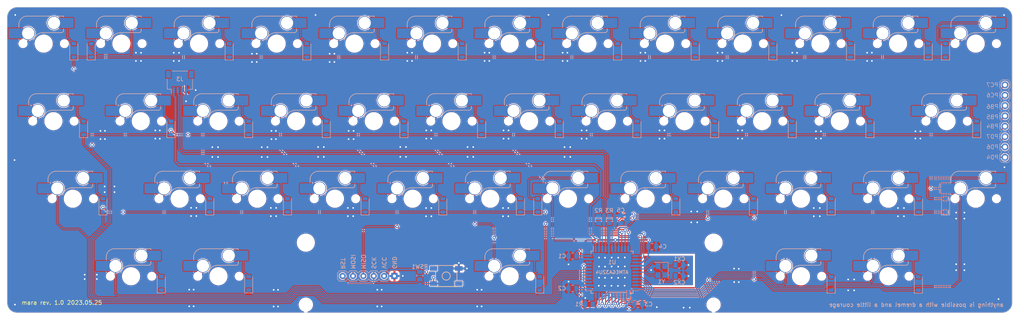
<source format=kicad_pcb>
(kicad_pcb (version 20221018) (generator pcbnew)
  (layers (0 "F.Cu" signal) (31 "B.Cu" signal) (34 "B.Paste" user) (35 "F.Paste" user) (36 "B.SilkS" user "B.Silkscreen") (37 "F.SilkS" user "F.Silkscreen") (38 "B.Mask" user) (39 "F.Mask" user) (44 "Edge.Cuts" user))
  (net 0 "")
  (net 1 "Net-(U1-UCAP)")
  (net 2 "GND")
  (net 3 "VCC")
  (net 4 "XTAL2")
  (net 5 "XTAL1")
  (net 6 "Net-(D13-A)")
  (net 7 "Net-(D26-A)")
  (net 8 "row2")
  (net 9 "Net-(D39-A)")
  (net 10 "col12")
  (net 11 "Net-(D14-A)")
  (net 12 "Net-(D15-A)")
  (net 13 "Net-(D16-A)")
  (net 14 "Net-(D17-A)")
  (net 15 "Net-(D18-A)")
  (net 16 "Net-(D19-A)")
  (net 17 "Net-(D20-A)")
  (net 18 "Net-(D21-A)")
  (net 19 "Net-(D22-A)")
  (net 20 "Net-(D23-A)")
  (net 21 "Net-(D24-A)")
  (net 22 "Net-(D25-A)")
  (net 23 "Net-(D27-A)")
  (net 24 "Net-(D28-A)")
  (net 25 "Net-(D29-A)")
  (net 26 "Net-(D30-A)")
  (net 27 "Net-(D31-A)")
  (net 28 "Net-(D32-A)")
  (net 29 "Net-(D33-A)")
  (net 30 "Net-(D34-A)")
  (net 31 "Net-(D35-A)")
  (net 32 "Net-(D36-A)")
  (net 33 "Net-(D37-A)")
  (net 34 "Net-(D38-A)")
  (net 35 "Net-(D54-A)")
  (net 36 "Net-(D40-A)")
  (net 37 "Net-(D41-A)")
  (net 38 "Net-(D42-A)")
  (net 39 "Net-(D43-A)")
  (net 40 "Net-(D44-A)")
  (net 41 "Net-(D45-A)")
  (net 42 "Net-(D46-A)")
  (net 43 "Net-(D47-A)")
  (net 44 "Net-(D48-A)")
  (net 45 "Net-(D49-A)")
  (net 46 "Net-(D50-A)")
  (net 47 "Net-(D51-A)")
  (net 48 "Net-(D55-A)")
  (net 49 "col0")
  (net 50 "col5")
  (net 51 "col6")
  (net 52 "col7")
  (net 53 "col8")
  (net 54 "col9")
  (net 55 "Net-(U1-~{HWB}{slash}PE2)")
  (net 56 "D+")
  (net 57 "D-")
  (net 58 "Net-(U1-D-)")
  (net 59 "Net-(U1-D+)")
  (net 60 "ISP_Reset")
  (net 62 "row3")
  (net 63 "row1")
  (net 64 "col1")
  (net 65 "extra1")
  (net 66 "extra2")
  (net 67 "extra3")
  (net 68 "extra4")
  (net 69 "extra5")
  (net 70 "extra6")
  (net 71 "extra7")
  (net 72 "Net-(D56-A)")
  (net 73 "row4")
  (net 74 "col10")
  (net 75 "col11")
  (net 76 "miso{slash}col4")
  (net 77 "sck{slash}col2")
  (net 78 "mosi{slash}col3")
  (net 79 "extra8")
  (footprint "Capacitor_SMD:C_0805_2012Metric" (layer "B.Cu") (at 183.781252 98.675)
    (fp_text reference "C4")
    (fp_text value ".1uF")
  )
  (footprint "Resistor_SMD:R_0805_2012Metric" (layer "B.Cu") (at 126.756148 105.810939 90)
    (fp_text reference "RSW1")
    (fp_text value "10k")
  )
  (footprint "marbastlib-mx:SW_MX_HS_1u" (layer "B.Cu") (at 55.959422 105.965714 180)
    (fp_text reference "MX54")
    (fp_text value "MX-NoLED" hide)
  )
  (footprint "Diode_SMD:D_SOD-123" (layer "B.Cu") (at 41.925 50.475 90)
    (fp_text reference "D14")
    (fp_text value "D_Small")
  )
  (footprint "marbastlib-mx:SW_MX_HS_1u" (layer "B.Cu") (at 241.697078 105.965714 180)
    (fp_text reference "MX56")
    (fp_text value "MX-NoLED" hide)
  )
  (footprint "marbastlib-mx:SW_MX_HS_1u" (layer "B.Cu") (at 86.915698 86.915698 180)
    (fp_text reference "MX42")
    (fp_text value "MX-NoLED" hide)
  )
  (footprint "Diode_SMD:D_SOD-123" (layer "B.Cu") (at 199.087504 69.55 90)
    (fp_text reference "D35")
    (fp_text value "D_Small")
  )
  (footprint "Resistor_SMD:R_0805_2012Metric" (layer "B.Cu") (at 173.281252 92.025 -90)
    (fp_text reference "R3")
    (fp_text value "22")
  )
  (footprint "marbastlib-mx:SW_MX_HS_1u" (layer "B.Cu") (at 67.865682 86.915698 180)
    (fp_text reference "MX41")
    (fp_text value "MX-NoLED" hide)
  )
  (footprint "marbastlib-mx:SW_MX_HS_1u" (layer "B.Cu") (at 244.07833 48.815666 180)
    (fp_text reference "MX25")
    (fp_text value "MX-NoLED" hide)
  )
  (footprint "marbastlib-mx:SW_MX_HS_1u" (layer "B.Cu") (at 186.928282 48.815666 180)
    (fp_text reference "MX22")
    (fp_text value "MX-NoLED" hide)
  )
  (footprint "marbastlib-mx:SW_MX_HS_1u" (layer "B.Cu") (at 220.26581 86.915698 180)
    (fp_text reference "MX49")
    (fp_text value "MX-NoLED" hide)
  )
  (footprint "Diode_SMD:D_SOD-123" (layer "B.Cu") (at 155.725 88.55 90)
    (fp_text reference "D46")
    (fp_text value "D_Small")
  )
  (footprint "Diode_SMD:D_SOD-123" (layer "B.Cu") (at 49.068756 88.55 90)
    (fp_text reference "D40")
    (fp_text value "D_Small")
  )
  (footprint "Capacitor_SMD:C_0805_2012Metric" (layer "B.Cu") (at 190.431252 103.2)
    (fp_text reference "CX1")
    (fp_text value "22pF")
  )
  (footprint "PCM_marbastlib-mx:STAB_MX_6.25u" (layer "B.Cu") (at 148.82825 105.965714)
    (fp_text reference "S1" hide)
    (fp_text value "MX_stab")
  )
  (footprint "Resistor_SMD:R_0805_2012Metric" (layer "B.Cu") (at 170.591252 92.025 90)
    (fp_text reference "R2")
    (fp_text value "22")
  )
  (footprint "Capacitor_SMD:C_0805_2012Metric" (layer "B.Cu") (at 164.206252 101 180)
    (fp_text reference "C1")
    (fp_text value "10uF")
  )
  (footprint "Crystal:Crystal_SMD_3225-4Pin_3.2x2.5mm" (layer "B.Cu") (at 186.031252 104.575 -90)
    (fp_text reference "Y1")
    (fp_text value "16MHz")
  )
  (footprint "Capacitor_SMD:C_0805_2012Metric" (layer "B.Cu") (at 164.206252 108.95 180)
    (fp_text reference "C2")
    (fp_text value ".1uF")
  )
  (footprint "marbastlib-mx:SW_MX_HS_1u" (layer "B.Cu") (at 129.778234 48.815666 180)
    (fp_text reference "MX19")
    (fp_text value "MX-NoLED" hide)
  )
  (footprint "Diode_SMD:D_SOD-123" (layer "B.Cu") (at 84.787504 69.55 90)
    (fp_text reference "D29")
    (fp_text value "D_Small")
  )
  (footprint "marbastlib-mx:SW_MX_HS_1u" (layer "B.Cu") (at 167.878266 48.815666 180)
    (fp_text reference "MX21")
    (fp_text value "MX-NoLED" hide)
  )
  (footprint "Diode_SMD:D_SOD-123" (layer "B.Cu") (at 232.425 50.475 90)
    (fp_text reference "D24")
    (fp_text value "D_Small")
  )
  (footprint "marbastlib-mx:SW_MX_HS_1.25u" (layer "B.Cu") (at 77.39069 105.965714 180)
    (fp_text reference "MX26")
    (fp_text value "MX-NoLED" hide)
  )
  (footprint "Diode_SMD:D_SOD-123" (layer "B.Cu") (at 122.887504 69.55 90)
    (fp_text reference "D31")
    (fp_text value "D_Small")
  )
  (footprint "Diode_SMD:D_SOD-123" (layer "B.Cu") (at 151.462512 88.55 90)
    (fp_text reference "D45")
    (fp_text value "D_Small")
  )
  (footprint "Diode_SMD:D_SOD-123" (layer "B.Cu") (at 80.025 50.475 90)
    (fp_text reference "D16")
    (fp_text value "D_Small")
  )
  (footprint "Diode_SMD:D_SOD-123" (layer "B.Cu") (at 75.262512 88.55 90)
    (fp_text reference "D41")
    (fp_text value "D_Small")
  )
  (footprint "marbastlib-mx:SW_MX_HS_1u" (layer "B.Cu") (at 72.628186 48.815666 180)
    (fp_text reference "MX16")
    (fp_text value "MX-NoLED" hide)
  )
  (footprint "marbastlib-mx:SW_MX_HS_1u" (layer "B.Cu") (at 134.540738 67.865682 180)
    (fp_text reference "MX32")
    (fp_text value "MX-NoLED" hide)
  )
  (footprint "Diode_SMD:D_SOD-123" (layer "B.Cu") (at 227.662512 88.55 90)
    (fp_text reference "D49")
    (fp_text value "D_Small")
  )
  (footprint "Diode_SMD:D_SOD-123" (layer "B.Cu") (at 255.725016 88.55 90)
    (fp_text reference "D51")
    (fp_text value "D_Small")
  )
  (footprint "Diode_SMD:D_SOD-123" (layer "B.Cu") (at 255.725 50.475 90)
    (fp_text reference "D13")
    (fp_text value "D_Small")
  )
  (footprint "Diode_SMD:D_SOD-123" (layer "B.Cu") (at 249.093764 88.55 90)
    (fp_text reference "D50")
    (fp_text value "D_Small")
  )
  (footprint "Capacitor_SMD:C_0805_2012Metric" (layer "B.Cu") (at 176.056252 91.98 90)
    (fp_text reference "C5")
    (fp_text value "1uF")
  )
  (footprint "marbastlib-mx:SW_MX_HS_1u" (layer "B.Cu") (at 153.590754 67.865682 180)
    (fp_text reference "MX33")
    (fp_text value "MX-NoLED" hide)
  )
  (footprint "Diode_SMD:D_SOD-123" (layer "B.Cu") (at 237.187504 69.55 90)
    (fp_text reference "D37")
    (fp_text value "D_Small")
  )
  (footprint "Capacitor_SMD:C_0805_2012Metric" (layer "B.Cu") (at 180.356252 112.85)
    (fp_text reference "C3")
    (fp_text value ".1uF")
  )
  (footprint "marbastlib-mx:SW_MX_HS_1u" (layer "B.Cu") (at 229.790818 67.865682 180)
    (fp_text reference "MX37")
    (fp_text value "MX-NoLED" hide)
  )
  (footprint "Diode_SMD:D_SOD-123" (layer "B.Cu") (at 118.125 50.475 90)
    (fp_text reference "D18")
    (fp_text value "D_Small")
  )
  (footprint "Diode_SMD:D_SOD-123" (layer "B.Cu") (at 65.737504 69.55 90)
    (fp_text reference "D28")
    (fp_text value "D_Small")
  )
  (footprint "marbastlib-mx:SW_MX_HS_1u" (layer "B.Cu") (at 172.64077 67.865682 180)
    (fp_text reference "MX34")
    (fp_text value "MX-NoLED" hide)
  )
  (footprint "marbastlib-mx:SW_MX_HS_1u" (layer "B.Cu") (at 58.340674 67.865682 180)
    (fp_text reference "MX28")
    (fp_text value "MX-NoLED" hide)
  )
  (footprint "marbastlib-mx:SW_MX_HS_1u" (layer "B.Cu") (at 182.165778 86.915698 180)
    (fp_text reference "MX47")
    (fp_text value "MX-NoLED" hide)
  )
  (footprint "Diode_SMD:D_SOD-123" (layer "B.Cu") (at 141.937504 69.55 90)
    (fp_text reference "D32")
    (fp_text value "D_Small")
  )
  (footprint "marbastlib-mx:SW_MX_HS_1u" (layer "B.Cu") (at 144.065746 86.915698 180)
    (fp_text reference "MX45")
    (fp_text value "MX-NoLED" hide)
  )
  (footprint "Diode_SMD:D_SOD-123" (layer "B.Cu") (at 44.306252 69.55 90)
    (fp_text reference "D27")
    (fp_text value "D_Small")
  )
  (footprint "marbastlib-mx:SW_MX_HS_1u" (layer "B.Cu") (at 77.39069 67.865682 180)
    (fp_text reference "MX29")
    (fp_text value "MX-NoLED" hide)
  )
  (footprint "Diode_SMD:D_SOD-123" (layer "B.Cu") (at 208.612512 88.55 90)
    (fp_text reference "D48")
    (fp_text value "D_Small")
  )
  (footprint "Diode_SMD:D_SOD-123" (layer "B.Cu") (at 180.037504 69.55 90)
    (fp_text reference "D34")
    (fp_text value "D_Small")
  )
  (footprint "marbastlib-mx:SW_MX_HS_1u" (layer "B.Cu") (at 110.728218 48.815666 180)
    (fp_text reference "MX18")
    (fp_text value "MX-NoLED" hide)
  )
  (footprint "Diode_SMD:D_SOD-123" (layer "B.Cu") (at 156.225 50.475 90)
    (fp_text reference "D20")
    (fp_text value "D_Small")
  )
  (footprint "Connector_JST:JST_SH_SM04B-SRSS-TB_1x04-1MP_P1.00mm_Horizontal" (layer "B.Cu") (at 67.925 58.235499)
    (fp_text reference "J3")
    (fp_text value "4PIN")
  )
  (footprint "marbastlib-mx:SW_MX_HS_1u" (layer "B.Cu") (at 225.028314 48.815666 180)
    (fp_text reference "MX24")
    (fp_text value "MX-NoLED" hide)
  )
  (footprint "Diode_SMD:D_SOD-123" (layer "B.Cu") (at 137.175 50.475 90)
    (fp_text reference "D19")
    (fp_text value "D_Small")
  )
  (footprint "marbastlib-mx:SW_MX_HS_1u" (layer "B.Cu") (at 105.965714 86.915698 180)
    (fp_text reference "MX43")
    (fp_text value "MX-NoLED" hide)
  )
  (footprint "marbastlib-mx:SW_MX_HS_1u" (layer "B.Cu") (at 263.128346 48.815666 180)
    (fp_text reference "MX13")
    (fp_text value "MX-NoLED" hide)
  )
  (footprint "marbastlib-mx:SW_MX_HS_1u" (layer "B.Cu") (at 210.740802 67.865682 180)
    (fp_text reference "MX36")
    (fp_text value "MX-NoLED" hide)
  )
  (footprint "Resistor_SMD:R_0805_2012Metric" (layer "B.Cu") (at 168.281252 112.85)
    (fp_text reference "R1")
    (fp_text value "10k")
  )
  (footprint "Connector_PinSocket_2.54mm:PinSocket_1x08_P2.54mm_Vertical" (layer "B.Cu") (at 270.3 76.745)
    (fp_text reference "J5")
    (fp_text value "Conn_01x08")
  )
  (footprint "Diode_SMD:D_SOD-123" (layer "B.Cu") (at 84.8 107.6975 90)
    (fp_text reference "D26")
    (fp_text value "D_Small")
  )
  (footprint "Diode_SMD:D_SOD-123" (layer "B.Cu") (at 249.063772 107.7425 90)
    (fp_text reference "D56")
    (fp_text value "D_Small")
  )
  (footprint "marbastlib-mx:SW_MX_HS_1u" (layer "B.Cu") (at 96.440706 67.865682 180)
    (fp_text reference "MX30")
    (fp_text value "MX-NoLED" hide)
  )
  (footprint "marbastlib-mx:SW_MX_HS_1.25u" (layer "B.Cu") (at 220.26581 105.965714 180)
    (fp_text reference "MX39")
    (fp_text value "MX-NoLED" hide)
  )
  (footprint "Diode_SMD:D_SOD-123" (layer "B.Cu") (at 103.837504 69.55 90)
    (fp_text reference "D30")
    (fp_text value "D_Small")
  )
  (footprint "Capacitor_SMD:C_0805_2012Metric" (layer "B.Cu") (at 190.431252 105.9)
    (fp_text reference "CX2")
    (fp_text value "22pF")
  )
  (footprint "marbastlib-mx:SW_MX_HS_1u" (layer "B.Cu") (at 191.690786 67.865682 180)
    (fp_text reference "MX35")
    (fp_text value "MX-NoLED" hide)
  )
  (footprint "marbastlib-mx:SW_MX_HS_1u" (layer "B.Cu") (at 53.57817 48.815666 180)
    (fp_text reference "MX15")
    (fp_text value "MX-NoLED" hide)
  )
  (footprint "marbastlib-mx:SW_MX_HS_1u" (layer "B.Cu") (at 201.215794 86.915698 180)
    (fp_text reference "MX48")
    (fp_text value "MX-NoLED" hide)
  )
  (footprint "Diode_SMD:D_SOD-123" (layer "B.Cu") (at 160.987504 69.55 90)
    (fp_text reference "D33")
    (fp_text value "D_Small")
  )
  (footprint "marbastlib-mx:SW_MX_HS_1u" (layer "B.Cu") (at 115.490722 67.865682 180)
    (fp_text reference "MX31")
    (fp_text value "MX-NoLED" hide)
  )
  (footprint "Diode_SMD:D_SOD-123" (layer "B.Cu") (at 194.325 50.475 90)
    (fp_text reference "D22")
    (fp_text value "D_Small")
  )
  (footprint "marbastlib-mx:SW_MX_HS_1u" (layer "B.Cu") (at 91.678202 48.815666 180)
    (fp_text reference "MX17")
    (fp_text value "MX-NoLED" hide)
  )
  (footprint "Diode_SMD:D_SOD-123" (layer "B.Cu") (at 218.137504 69.55 90)
    (fp_text reference "D36")
    (fp_text value "D_Small")
  )
  (footprint "marbastlib-mx:SW_MX_HS_1u" (layer "B.Cu") (at 263.128346 86.915698 180)
    (fp_text reference "MX51")
    (fp_text value "MX-NoLED" hide)
  )
  (footprint "Package_QFP:TQFP-44_10x10mm_P0.8mm" (layer "B.Cu") (at 173.931252 104.975 -90)
    (fp_text reference "U1")
    (fp_text value "ATmega32U4-A")
  )
  (footprint "marbastlib-mx:SW_MX_HS_1u" (layer "B.Cu") (at 125.01573 86.915698 180)
    (fp_text reference "MX44")
    (fp_text value "MX-NoLED" hide)
  )
  (footprint "marbastlib-mx:SW_MX_HS_1.25u" (layer "B.Cu") (at 36.909406 67.865682 180)
    (fp_text reference "MX27")
    (fp_text value "MX-NoLED" hide)
  )
  (footprint "marbastlib-mx:SW_MX_HS_1.75u" (layer "B.Cu") (at 41.67191 86.915698 180)
    (fp_text reference "MX40")
    (fp_text value "MX-NoLED" hide)
  )
  (footprint "Diode_SMD:D_SOD-123" (layer "B.Cu") (at 227.65313 107.7425 90)
    (fp_text reference "D39")
    (fp_text value "D_Small")
  )
  (footprint "Diode_SMD:D_SOD-123" (layer "B.Cu") (at 156.205008 107.72 90)
    (fp_text reference "D55")
    (fp_text value "D_Small")
  )
  (footprint "Diode_SMD:D_SOD-123" (layer "B.Cu") (at 113.362512 88.55 90)
    (fp_text reference "D43")
    (fp_text value "D_Small")
  )
  (footprint "Diode_SMD:D_SOD-123" (layer "B.Cu") (at 189.575 88.55 90)
    (fp_text reference "D47")
    (fp_text value "D_Small")
  )
  (footprint "marbastlib-mx:SW_MX_HS_1u" (layer "B.Cu") (at 205.978298 48.815666 180)
    (fp_text reference "MX23")
    (fp_text value "MX-NoLED" hide)
  )
  (footprint "Diode_SMD:D_SOD-123" (layer "B.Cu") (at 175.275 50.475 90)
    (fp_text reference "D21")
    (fp_text value "D_Small")
  )
  (footprint "marbastlib-mx:SW_MX_HS_1.25u" (layer "B.Cu") (at 241.697078 86.915698 180)
    (fp_text reference "MX50")
    (fp_text value "MX-NoLED" hide)
  )
  (footprint "Diode_SMD:D_SOD-123" (layer "B.Cu") (at 263.375 69.55 90)
    (fp_text reference "D38")
    (fp_text value "D_Small")
  )
  (footprint "marbastlib-mx:SW_MX_HS_1u" (layer "B.Cu") (at 148.82825 48.815666 180)
    (fp_text reference "MX20")
    (fp_text value "MX-NoLED" hide)
  )
  (footprint "marbastlib-mx:SW_MX_HS_1u" (layer "B.Cu") (at 148.82825 105.965714 180)
    (fp_text reference "MX55")
    (fp_text value "MX-NoLED" hide)
  )
  (footprint "Diode_SMD:D_SOD-123" (layer "B.Cu") (at 46.175 50.475 90)
    (fp_text reference "D15")
    (fp_text value "D_Small")
  )
  (footprint "acheron_Connectors:PinHeader_1x6_P2.54mm_Vertical" (layer "B.Cu") (at 114.206236 105.901653 90)
    (fp_text reference "J2" hide)
    (fp_text value "AVR-ISP-6_mod" hide)
  )
  (footprint "random-keyboard-parts:SKQG-1155865" (layer "B.Cu") (at 133.256252 105.901653)
    (fp_text reference "SW1" hide)
    (fp_text value "SW_PUSH")
  )
  (footprint "Diode_SMD:D_SOD-123" (layer "B.Cu") (at 213.375 50.475 90)
    (fp_text reference "D23")
    (fp_text value "D_Small")
  )
  (footprint "Diode_SMD:D_SOD-123" (layer "B.Cu") (at 251.475 50.475 90)
    (fp_text reference "D25")
    (fp_text value "D_Small")
  )
  (footprint "Diode_SMD:D_SOD-123" (layer "B.Cu") (at 94.312512 88.55 90)
    (fp_text reference "D42")
    (fp_text value "D_Small")
  )
  (footprint "marbastlib-mx:SW_MX_HS_1.75u" (layer "B.Cu") (at 255.98459 67.865682 180)
    (fp_text reference "MX38")
    (fp_text value "MX-NoLED" hide)
  )
  (footprint "Diode_SMD:D_SOD-123" (layer "B.Cu") (at 63.375 107.6975 90)
    (fp_text reference "D54")
    (fp_text value "D_Small")
  )
  (footprint "Diode_SMD:D_SOD-123" (layer "B.Cu") (at 132.412512 88.55 90)
    (fp_text reference "D44")
    (fp_text value "D_Small")
  )
  (footprint "Diode_SMD:D_SOD-123" (layer "B.Cu") (at 99.075 50.475 90)
    (fp_text reference "D17")
    (fp_text value "D_Small")
  )
  (footprint "marbastlib-mx:SW_MX_HS_1u" (layer "B.Cu") (at 163.115762 86.915698 180)
    (fp_text reference "MX46")
    (fp_text value "MX-NoLED" hide)
  )
  (footprint "marbastlib-mx:SW_MX_HS_1u" (layer "B.Cu") (at 34.528154 48.815666 180)
    (fp_text reference "MX14")
    (fp_text value "MX-NoLED" hide)
  )
  (gr_arc (start 272.058067 112.514157) (mid 271.360599 114.197945) (end 269.676815 114.895409) (stroke (width 0.1)) (layer "Edge.Cuts"))
  (gr_arc (start 25.598486 42.267217) (mid 26.295935 40.583412) (end 27.979738 39.885965) (stroke (width 0.1)) (layer "Edge.Cuts"))
  (gr_arc (start 269.676789 39.885971) (mid 271.360604 40.583408) (end 272.058041 42.267223) (stroke (width 0.1)) (layer "Edge.Cuts"))
  (gr_line (start 269.676789 39.885971) (end 27.979738 39.885965) (stroke (width 0.1)) (layer "Edge.Cuts"))
  (gr_line (start 272.058041 42.267223) (end 272.058067 112.514157) (stroke (width 0.1)) (layer "Edge.Cuts"))
  (gr_line (start 25.598486 42.267217) (end 25.598459 112.514157) (stroke (width 0.1)) (layer "Edge.Cuts"))
  (gr_line (start 269.676789 114.895409) (end 27.979711 114.895409) (stroke (width 0.1)) (layer "Edge.Cuts"))
  (gr_arc (start 27.979711 114.895409) (mid 26.29589 114.197963) (end 25.598459 112.514157) (stroke (width 0.1)) (layer "Edge.Cuts"))
  (gr_text "anything is possible with a dremel and a little courage" (at 248.575955 112.95) (layer "B.SilkS") (effects (font (size 1 1)) (justify mirror)))
  (gr_text "mara rev. 1.0 2023.05.25" (at 29.025 113.025) (layer "F.SilkS") (effects (font (size 1 1)) (justify left bottom)))
  (segment (start 173.931252 95.055) (end 176.056252 92.93) (width 0.254) (layer "B.Cu") (net 1))
  (segment (start 173.931252 99.275) (end 173.931252 95.055) (width 0.254) (layer "B.Cu") (net 1))
  (segment (start 123.39 74.21) (end 123.39 76.627504) (width 0.254) (layer "F.Cu") (net 2))
  (segment (start 71.3 113.35) (end 71.3 109.25) (width 0.254) (layer "F.Cu") (net 2))
  (segment (start 200.975 51.05) (end 200.975 53.075) (width 0.254) (layer "F.Cu") (net 2))
  (segment (start 147.312504 70.135) (end 147.312504 70.385) (width 0.254) (layer "F.Cu") (net 2))
  (segment (start 163.256252 103.05) (end 163.256252 107.15) (width 0.254) (layer "F.Cu") (net 2))
  (segment (start 71.975 89.15) (end 71.975 91.175) (width 0.254) (layer "F.Cu") (net 2))
  (segment (start 204.787504 70.125) (end 204.787504 72.15) (width 0.254) (layer "F.Cu") (net 2))
  (segment (start 85.61 51.05) (end 85.61 53.075) (width 0.254) (layer "F.Cu") (net 2))
  (segment (start 105.825 51.3) (end 105.825 53.325) (width 0.254) (layer "F.Cu") (net 2))
  (segment (start 223.937504 70.1) (end 223.937504 72.125) (width 0.254) (layer "F.Cu") (net 2))
  (segment (start 258.325 103) (end 260.35 103) (width 0.254) (layer "F.Cu") (net 2))
  (segment (start 66.425 51.075) (end 66.43 51.07) (width 0.254) (layer "F.Cu") (net 2))
  (segment (start 219.3 51.0575) (end 219.3 53.0825) (width 0.254) (layer "F.Cu") (net 2))
  (segment (start 123.71 51.05) (end 123.71 53.075) (width 0.254) (layer "F.Cu") (net 2))
  (segment (start 258.325 90.325) (end 260.35 90.325) (width 0.254) (layer "F.Cu") (net 2))
  (segment (start 231.837504 106.75) (end 231.837504 109.425) (width 0.254) (layer "F.Cu") (net 2))
  (segment (start 57.15 51.05) (end 57.15 53.075) (width 0.254) (layer "F.Cu") (net 2))
  (segment (start 67.725 51.075) (end 67.73 51.07) (width 0.254) (layer "F.Cu") (net 2))
  (segment (start 88.01 76.667504) (end 88.012496 76.67) (width 0.254) (layer "F.Cu") (net 2))
  (segment (start 244.05 89.2) (end 244.05 91.225) (width 0.254) (layer "F.Cu") (net 2))
  (segment (start 70.225 109.25) (end 70.225 113.35) (width 0.254) (layer "F.Cu") (net 2))
  (segment (start 89.41 74.25) (end 89.41 76.667504) (width 0.254) (layer "F.Cu") (net 2))
  (segment (start 70.675 89.15) (end 70.675 91.175) (width 0.254) (layer "F.Cu") (net 2))
  (segment (start 121.99 74.21) (end 121.99 76.627504) (width 0.254) (layer "F.Cu") (net 2))
  (segment (start 129.587504 70.135) (end 129.587504 72.16) (width 0.254) (layer "F.Cu") (net 2))
  (segment (start 162.272504 76.647504) (end 162.275 76.65) (width 0.254) (layer "F.Cu") (net 2))
  (segment (start 90.931252 109.3) (end 90.931252 113.4) (width 0.254) (layer "F.Cu") (net 2))
  (segment (start 128.312512 89.2) (end 128.312512 91.225) (width 0.254) (layer "F.Cu") (net 2))
  (segment (start 88.01 74.25) (end 88.01 76.667504) (width 0.254) (layer "F.Cu") (net 2))
  (segment (start 258.325 104.475) (end 260.35 104.475) (width 0.254) (layer "F.Cu") (net 2))
  (segment (start 139.89 76.637504) (end 139.892496 76.64) (width 0.254) (layer "F.Cu") (net 2))
  (segment (start 66.425 53.075) (end 66.425 51.075) (width 0.254) (layer "F.Cu") (net 2))
  (segment (start 205.862504 70.135) (end 205.862504 72.16) (width 0.254) (layer "F.Cu") (net 2))
  (segment (start 233.312504 106.75) (end 233.312504 109.425) (width 0.254) (layer "F.Cu") (net 2))
  (segment (start 182.075 51.05) (end 182.075 53.075) (width 0.254) (layer "F.Cu") (net 2))
  (segment (start 48.45 69.99) (end 48.45 72.015) (width 0.254) (layer "F.Cu") (net 2))
  (segment (start 236.495 51.0475) (end 236.495 53.0725) (width 0.254) (layer "F.Cu") (net 2))
  (segment (start 138.49 76.637504) (end 138.492496 76.64) (width 0.254) (layer "F.Cu") (net 2))
  (segment (start 223.412512 89.2) (end 223.412512 91.225) (width 0.254) (layer "F.Cu") (net 2))
  (segment (start 77.287504 76.667504) (end 77.29 76.67) (width 0.254) (layer "F.Cu") (net 2))
  (segment (start 203.881252 104.1) (end 203.856252 104.075) (width 0.254) (layer "F.Cu") (net 2))
  (segment (start 167.687504 70.135) (end 167.687504 72.16) (width 0.254) (layer "F.Cu") (net 2))
  (segment (start 136.356252 102.686043) (end 136.356148 102.685939) (width 0.254) (layer "F.Cu") (net 2))
  (segment (start 92.006252 113.4) (end 92.006252 109.3) (width 0.254) (layer "F.Cu") (net 2))
  (segment (start 245.525 89.2) (end 245.525 91.225) (width 0.254) (layer "F.Cu") (net 2))
  (segment (start 90.387504 70) (end 90.387504 72.025) (width 0.254) (layer "F.Cu") (net 2))
  (segment (start 147.312504 70.385) (end 147.312504 72.16) (width 0.254) (layer "F.Cu") (net 2))
  (segment (start 89.41 76.667504) (end 89.412496 76.67) (width 0.254) (layer "F.Cu") (net 2))
  (segment (start 162.272504 74.23) (end 162.272504 76.647504) (width 0.254) (layer "F.Cu") (net 2))
  (segment (start 139.89 74.22) (end 139.89 76.637504) (width 0.254) (layer "F.Cu") (net 2))
  (segment (start 51.892504 83.9) (end 51.895 83.897504) (width 0.254) (layer "F.Cu") (net 2))
  (segment (start 90.237512 89.175) (end 90.237512 91.2) (width 0.254) (layer "F.Cu") (net 2))
  (segment (start 91.537512 89.175) (end 91.537512 91.2) (width 0.254) (layer "F.Cu") (net 2))
  (segment (start 109.312504 70.25) (end 109.312504 72.275) (width 0.254) (layer "F.Cu") (net 2))
  (segment (start 203.881252 107.4) (end 203.881252 104.1) (width 0.254) (layer "F.Cu") (net 2))
  (segment (start 117.431252 113.375) (end 117.431252 109.275) (width 0.254) (layer "F.Cu") (net 2))
  (segment (start 162.975 51.05) (end 162.975 53.075) (width 0.254) (layer "F.Cu") (net 2))
  (segment (start 103.23 76.637504) (end 103.232496 76.64) (width 0.254) (layer "F.Cu") (net 2))
  (segment (start 49.475 83.9) (end 51.892504 83.9) (width 0.254) (layer "F.Cu") (net 2))
  (segment (start 224.887512 89.2) (end 224.887512 91.225) (width 0.254) (layer "F.Cu") (net 2))
  (segment (start 75.887504 74.25) (end 75.887504 76.667504) (width 0.254) (layer "F.Cu") (net 2))
  (segment (start 67.725 53.075) (end 67.725 51.075) (width 0.254) (layer "F.Cu") (net 2))
  (segment (start 47.575 105.575) (end 44.575 105.575) (width 0.254) (layer "F.Cu") (net 2))
  (segment (start 110.537504 70.25) (end 110.537504 72.275) (width 0.254) (layer "F.Cu") (net 2))
  (segment (start 148.537504 70.385) (end 148.537504 72.16) (width 0.254) (layer "F.Cu") (net 2))
  (segment (start 44.575 106.65) (end 47.575 106.65) (width 0.254) (layer "F.Cu") (net 2))
  (segment (start 49.55 69.99) (end 49.55 72.015) (width 0.254) (layer "F.Cu") (net 2))
  (segment (start 163.672504 76.647504) (end 163.675 76.65) (width 0.254) (layer "F.Cu") (net 2))
  (segment (start 86.775 51.05) (end 86.775 53.075) (width 0.254) (layer "F.Cu") (net 2))
  (segment (start 128.362504 70.135) (end 128.362504 72.16) (width 0.254) (layer "F.Cu") (net 2))
  (segment (start 142.66 51.3) (end 142.66 53.075) (width 0.254) (layer "F.Cu") (net 2))
  (segment (start 225.162504 70.11) (end 225.162504 72.135) (width 0.254) (layer "F.Cu") (net 2))
  (segment (start 91.487504 70) (end 91.487504 72.025) (width 0.254) (layer "F.Cu") (net 2))
  (segment (start 136.356252 104.051653) (end 136.356252 102.686043) (width 0.254) (layer "F.Cu") (net 2))
  (segment (start 199.81 51.05) (end 199.81 53.075) (width 0.254) (layer "F.Cu") (net 2))
  (segment (start 63.012504 70.15) (end 63.012504 72.175) (width 0.254) (layer "F.Cu") (net 2))
  (segment (start 129.612512 89.2) (end 129.612512 91.225) (width 0.254) (layer "F.Cu") (net 2))
  (segment (start 148.487512 89.2) (end 148.487512 91.225) (width 0.254) (layer "F.Cu") (net 2))
  (segment (start 193.35 90.05) (end 193.35 92.725) (width 0.254) (layer "F.Cu") (net 2))
  (segment (start 58.4 51.075) (end 58.405 51.07) (width 0.254) (layer "F.Cu") (net 2))
  (segment (start 186.787504 70.135) (end 186.787504 72.16) (width 0.254) (layer "F.Cu") (net 2))
  (segment (start 109.137512 89.175) (end 109.137512 91.2) (width 0.254) (layer "F.Cu") (net 2))
  (segment (start 180.91 51.05) (end 180.91 53.075) (width 0.254) (layer "F.Cu") (net 2))
  (segment (start 101.83 74.22) (end 101.83 76.637504) (width 0.254) (layer "F.Cu") (net 2))
  (segment (start 61.912504 70.135) (end 61.912504 72.16) (width 0.254) (layer "F.Cu") (net 2))
  (segment (start 143.825 51.05) (end 143.825 51.3) (width 0.254) (layer "F.Cu") (net 2))
  (segment (start 218.135 51.0575) (end 218.135 53.0825) (width 0.254) (layer "F.Cu") (net 2))
  (segment (start 104.66 51.3) (end 104.66 53.325) (width 0.254) (layer "F.Cu") (net 2))
  (segment (start 237.66 51.0475) (end 237.66 53.0725) (width 0.254) (layer "F.Cu") (net 2))
  (segment (start 51.892504 85.3) (end 51.895 85.297504) (width 0.254) (layer "F.Cu") (net 2))
  (segment (start 138.49 74.22) (end 138.49 76.637504) (width 0.254) (layer "F.Cu") (net 2))
  (segment (start 140.856252 109.275) (end 140.856252 113.375) (width 0.254) (layer "F.Cu") (net 2))
  (segment (start 258.325 91.8) (end 260.35 91.8) (width 0.254) (layer "F.Cu") (net 2))
  (segment (start 147.187512 89.2) (end 147.187512 91.225) (width 0.254) (layer "F.Cu") (net 2))
  (segment (start 166.462504 70.135) (end 166.462504 72.16) (width 0.254) (layer "F.Cu") (net 2))
  (segment (start 142.66 51.05) (end 142.66 51.3) (width 0.254) (layer "F.Cu") (net 2))
  (segment (start 148.537504 70.135) (end 148.537504 70.385) (width 0.254) (layer "F.Cu") (net 2))
  (segment (start 249.55 70.11) (end 249.55 72.135) (width 0.254) (layer "F.Cu") (net 2))
  (segment (start 58.4 53.075) (end 58.4 51.075) (width 0.254) (layer "F.Cu") (net 2))
  (segment (start 75.887504 76.667504) (end 75.89 76.67) (width 0.254) (layer "F.Cu") (net 2))
  (segment (start 77.287504 74.25) (end 77.287504 76.667504) (width 0.254) (layer "F.Cu") (net 2))
  (segment (start 163.672504 74.23) (end 163.672504 76.647504) (width 0.254) (layer "F.Cu") (net 2))
  (segment (start 123.39 76.627504) (end 123.392496 76.63) (width 0.254) (layer "F.Cu") (net 2))
  (segment (start 185.562504 70.135) (end 185.562504 72.16) (width 0.254) (layer "F.Cu") (net 2))
  (segment (start 124.875 51.05) (end 124.875 53.075) (width 0.254) (layer "F.Cu") (net 2))
  (segment (start 110.437512 89.175) (end 110.437512 91.2) (width 0.254) (layer "F.Cu") (net 2))
  (segment (start 101.83 76.637504) (end 101.832496 76.64) (width 0.254) (layer "F.Cu") (net 2))
  (segment (start 121.99 76.627504) (end 121.992496 76.63) (width 0.254) (layer "F.Cu") (net 2))
  (segment (start 161.81 51.05) (end 161.81 53.075) (width 0.254) (layer "F.Cu") (net 2))
  (segment (start 194.825 90.05) (end 194.825 92.725) (width 0.254) (layer "F.Cu") (net 2))
  (segment (start 49.475 85.3) (end 51.892504 85.3) (width 0.254) (layer "F.Cu") (net 2))
  (segment (start 103.23 74.22) (end 103.23 76.637504) (width 0.254) (layer "F.Cu") (net 2))
  (segment (start 248.325 70.1) (end 248.325 72.125) (width 0.254) (layer "F.Cu") (net 2))
  (segment (start 116.356252 109.275) (end 116.356252 113.375) (width 0.254) (layer "F.Cu") (net 2))
  (segment (start 141.931252 113.375) (end 141.931252 109.275) (width 0.254) (layer "F.Cu") (net 2))
  (segment (start 143.825 51.3) (end 143.825 53.075) (width 0.254) (layer "F.Cu") (net 2))
  (via (at 58.4 53.075) (size 0.8128) (drill 0.4064) (layers "F.Cu" "B.Cu") (net 2))
  (via (at 103.232496 76.64) (size 0.8128) (drill 0.4064) (layers "F.Cu" "B.Cu") (net 2))
  (via (at 128.312512 89.2) (size 0.8128) (drill 0.4064) (layers "F.Cu" "B.Cu") (net 2))
  (via (at 162.975 53.075) (size 0.8128) (drill 0.4064) (layers "F.Cu" "B.Cu") (net 2))
  (via (at 123.71 53.075) (size 0.8128) (drill 0.4064) (layers "F.Cu" "B.Cu") (net 2))
  (via (at 140.856252 113.375) (size 0.8128) (drill 0.4064) (layers "F.Cu" "B.Cu") (net 2))
  (via (at 205.862504 70.135) (size 0.8128) (drill 0.4064) (layers "F.Cu" "B.Cu") (net 2))
  (via (at 48.45 70.24) (size 0.8128) (drill 0.4064) (layers "F.Cu" "B.Cu") (net 2))
  (via (at 173.831252 106.325) (size 0.8128) (drill 0.4064) (layers "F.Cu" "B.Cu") (net 2))
  (via (at 175.431252 101.4) (size 0.8128) (drill 0.4064) (layers "F.Cu" "B.Cu") (net 2))
  (via (at 223.412512 89.2) (size 0.8128) (drill 0.4064) (layers "F.Cu" "B.Cu") (net 2))
  (via (at 245.525 91.225) (size 0.8128) (drill 0.4064) (layers "F.Cu" "B.Cu") (net 2))
  (via (at 249.55 70.36) (size 0.8128) (drill 0.4064) (layers "F.Cu" "B.Cu") (net 2))
  (via (at 148.487512 89.2) (size 0.8128) (drill 0.4064) (layers "F.Cu" "B.Cu") (net 2))
  (via (at 116.356252 109.275) (size 0.8128) (drill 0.4064) (layers "F.Cu" "B.Cu") (net 2))
  (via (at 205.006252 104.125) (size 0.8128) (drill 0.4064) (layers "F.Cu" "B.Cu") (net 2))
  (via (at 129.587504 70.135) (size 0.8128) (drill 0.4064) (layers "F.Cu" "B.Cu") (net 2))
  (via (at 203.856252 104.075) (size 0.8128) (drill 0.4064) (layers "F.Cu" "B.Cu") (net 2))
  (via (at 128.362504 70.135) (size 0.8128) (drill 0.4064) (layers "F.Cu" "B.Cu") (net 2))
  (via (at 177.056252 101.35) (size 0.8128) (drill 0.4064) (layers "F.Cu" "B.Cu") (net 2))
  (via (at 90.931252 113.4) (size 0.8128) (drill 0.4064) (layers "F.Cu" "B.Cu") (net 2))
  (via (at 170.731252 103.575) (size 0.8128) (drill 0.4064) (layers "F.Cu" "B.Cu") (net 2))
  (via (at 123.39 74.21) (size 0.8128) (drill 0.4064) (layers "F.Cu" "B.Cu") (net 2))
  (via (at 92.006252 113.4) (size 0.8128) (drill 0.4064) (layers "F.Cu" "B.Cu") (net 2))
  (via (at 91.537512 89.175) (size 0.8128) (drill 0.4064) (layers "F.Cu" "B.Cu") (net 2))
  (via (at 177.006252 108.275) (size 0.8128) (drill 0.4064) (layers "F.Cu" "B.Cu") (net 2))
  (via (at 180.91 53.075) (size 0.8128) (drill 0.4064) (layers "F.Cu" "B.Cu") (net 2))
  (via (at 185.562504 72.16) (size 0.8128) (drill 0.4064) (layers "F.Cu" "B.Cu") (net 2))
  (via (at 186.787504 72.16) (size 0.8128) (drill 0.4064) (layers "F.Cu" "B.Cu") (net 2))
  (via (at 75.887504 74.25) (size 0.8128) (drill 0.4064) (layers "F.Cu" "B.Cu") (net 2))
  (via (at 91.487504 72.275) (size 0.8128) (drill 0.4064) (layers "F.Cu" "B.Cu") (net 2))
  (via (at 167.687504 70.135) (size 0.8128) (drill 0.4064) (layers "F.Cu" "B.Cu") (net 2))
  (via (at 71.3 113.35) (size 0.8128) (drill 0.4064) (layers "F.Cu" "B.Cu") (net 2))
  (via (at 138.331252 104.051653) (size 0.8128) (drill 0.4064) (layers "F.Cu" "B.Cu") (net 2))
  (via (at 71.975 91.175) (size 0.8128) (drill 0.4064) (layers "F.Cu" "B.Cu") (net 2))
  (via (at 139.892496 76.64) (size 0.8128) (drill 0.4064) (layers "F.Cu" "B.Cu") (net 2))
  (via (at 148.537504 70.135) (size 0.8128) (drill 0.4064) (layers "F.Cu" "B.Cu") (net 2))
  (via (at 172.156252 108.325) (size 0.8128) (drill 0.4064) (layers "F.Cu" "B.Cu") (net 2))
  (via (at 27.55 41.775) (size 0.8128) (drill 0.4064) (layers "F.Cu" "B.Cu") (net 2))
  (via (at 86.775 53.325) (size 0.8128) (drill 0.4064) (layers "F.Cu" "B.Cu") (net 2))
  (via (at 101.2 41.775) (size 0.8128) (drill 0.4064) (layers "F.Cu" "B.Cu") (net 2))
  (via (at 110.537504 70.25) (size 0.8128) (drill 0.4064) (layers "F.Cu" "B.Cu") (net 2))
  (via (at 184.906252 113.55) (size 0.8128) (drill 0.4064) (layers "F.Cu" "B.Cu") (net 2))
  (via (at 167.356252 111.3) (size 0.8128) (drill 0.4064) (layers "F.Cu" "B.Cu") (net 2))
  (via (at 103.23 74.22) (size 0.8128) (drill 0.4064) (layers "F.Cu" "B.Cu") (net 2))
  (via (at 47.575 105.575) (size 0.8128) (drill 0.4064) (layers "F.Cu" "B.Cu") (net 2))
  (via (at 224.887512 91.225) (size 0.8128) (drill 0.4064) (layers "F.Cu" "B.Cu") (net 2))
  (via (at 109.312504 70.25) (size 0.8128) (drill 0.4064) (layers "F.Cu" "B.Cu") (net 2))
  (via (at 218.135 51.0575) (size 0.8128) (drill 0.4064) (layers "F.Cu" "B.Cu") (net 2))
  (via (at 77.287504 74.25) (size 0.8128) (drill 0.4064) (layers "F.Cu" "B.Cu") (net 2))
  (via (at 123.71 51.05) (size 0.8128) (drill 0.4064) (layers "F.Cu" "B.Cu") (net 2))
  (via (at 57.15 53.075) (size 0.8128) (drill 0.4064) (layers "F.Cu" "B.Cu") (net 2))
  (via (at 219.3 51.0575) (size 0.8128) (drill 0.4064) (layers "F.Cu" "B.Cu") (net 2))
  (via (at 199.81 53.075) (size 0.8128) (drill 0.4064) (layers "F.Cu" "B.Cu") (net 2))
  (via (at 223.937504 72.125) (size 0.8128) (drill 0.4064) (layers "F.Cu" "B.Cu") (net 2))
  (via (at 143.825 51.05) (size 0.8128) (drill 0.4064) (layers "F.Cu" "B.Cu") (net 2))
  (via (at 223.412512 91.225) (size 0.8128) (drill 0.4064) (layers "F.Cu" "B.Cu") (net 2))
  (via (at 223.937504 70.35) (size 0.8128) (drill 0.4064) (layers "F.Cu" "B.Cu") (net 2))
  (via (at 194.825 92.725) (size 0.8128) (drill 0.4064) (layers "F.Cu" "B.Cu") (net 2))
  (via (at 109.312504 72.275) (size 0.8128) (drill 0.4064) (layers "F.Cu" "B.Cu") (net 2))
  (via (at 57.15 51.05) (size 0.8128) (drill 0.4064) (layers "F.Cu" "B.Cu") (net 2))
  (via (at 91.537512 91.2) (size 0.8128) (drill 0.4064) (layers "F.Cu" "B.Cu") (net 2))
  (via (at 192.681252 105.9) (size 0.8128) (drill 0.4064) (layers "F.Cu" "B.Cu") (net 2))
  (via (at 258.325 91.8) (size 0.8128) (drill 0.4064) (layers "F.Cu" "B.Cu") (net 2))
  (via (at 193.35 92.725) (size 0.8128) (drill 0.4064) (layers "F.Cu" "B.Cu") (net 2))
  (via (at 51.895 83.897504) (size 0.8128) (drill 0.4064) (layers "F.Cu" "B.Cu") (net 2))
  (via (at 147.312504 72.16) (size 0.8128) (drill 0.4064) (layers "F.Cu" "B.Cu") (net 2))
  (via (at 163.256252 103.05) (size 0.8128) (drill 0.4064) (layers "F.Cu" "B.Cu") (net 2))
  (via (at 172.206252 106.35) (size 0.8128) (drill 0.4064) (layers "F.Cu" "B.Cu") (net 2))
  (via (at 128.362504 72.16) (size 0.8128) (drill 0.4064) (layers "F.Cu" "B.Cu") (net 2))
  (via (at 248.325 72.125) (size 0.8128) (drill 0.4064) (layers "F.Cu" "B.Cu") (net 2))
  (via (at 248.325 70.35) (size 0.8128) (drill 0.4064) (layers "F.Cu" "B.Cu") (net 2))
  (via (at 162.275 76.65) (size 0.8128) (drill 0.4064) (layers "F.Cu" "B.Cu") (net 2))
  (via (at 218.135 53.0825) (size 0.8128) (drill 0.4064) (layers "F.Cu" "B.Cu") (net 2))
  (via (at 70.225 109.25) (size 0.8128) (drill 0.4064) (layers "F.Cu" "B.Cu") (net 2))
  (via (at 90.387504 70.25) (size 0.8128) (drill 0.4064) (layers "F.Cu" "B.Cu") (net 2))
  (via (at 101.83 74.22) (size 0.8128) (drill 0.4064) (layers "F.Cu" "B.Cu") (net 2))
  (via (at 172.206252 101.4) (size 0.8128) (drill 0.4064) (layers "F.Cu" "B.Cu") (net 2))
  (via (at 77.29 76.67) (size 0.8128) (drill 0.4064) (layers "F.Cu" "B.Cu") (net 2))
  (via (at 129.612512 91.225) (size 0.8128) (drill 0.4064) (layers "F.Cu" "B.Cu") (net 2))
  (via (at 58.405 51.07) (size 0.8128) (drill 0.4064) (layers "F.Cu" "B.Cu") (net 2))
  (via (at 92.006252 109.3) (size 0.8128) (drill 0.4064) (layers "F.Cu" "B.Cu") (net 2))
  (via (at 233.312504 109.425) (size 0.8128) (drill 0.4064) (layers "F.Cu" "B.Cu") (net 2))
  (via (at 193.35 90.05) (size 0.8128) (drill 0.4064) (layers "F.Cu" "B.Cu") (net 2))
  (via (at 121.992496 76.63) (size 0.8128) (drill 0.4064) (layers "F.Cu" "B.Cu") (net 2))
  (via (at 161.81 51.05) (size 0.8128) (drill 0.4064) (layers "F.Cu" "B.Cu") (net 2))
  (via (at 147.312504 70.135) (size 0.8128) (drill 0.4064) (layers "F.Cu" "B.Cu") (net 2))
  (via (at 237.66 51.0475) (size 0.8128) (drill 0.4064) (layers "F.Cu" "B.Cu") (net 2))
  (via (at 49.475 83.9) (size 0.8128) (drill 0.4064) (layers "F.Cu" "B.Cu") (net 2))
  (via (at 110.537504 72.275) (size 0.8128) (drill 0.4064) (layers "F.Cu" "B.Cu") (net 2))
  (via (at 117.431252 113.375) (size 0.8128) (drill 0.4064) (layers "F.Cu" "B.Cu") (net 2))
  (via (at 49.55 70.24) (size 0.8128) (drill 0.4064) (layers "F.Cu" "B.Cu") (net 2))
  (via (at 260.35 103) (size 0.8128) (drill 0.4064) (layers "F.Cu" "B.Cu") (net 2))
  (via (at 172.206252 103.6) (size 0.8128) (drill 0.4064) (layers "F.Cu" "B.Cu") (net 2))
  (via (at 142.66 53.075) (size 0.8128) (drill 0.4064) (layers "F.Cu" "B.Cu") (net 2))
  (via (at 258.325 104.475) (size 0.8128) (drill 0.4064) (layers "F.Cu" "B.Cu") (net 2))
  (via (at 70.675 89.15) (size 0.8128) (drill 0.4064) (layers "F.Cu" "B.Cu") (net 2))
  (via (at 122.606252 105.876653) (size 0.8128) (drill 0.4064) (layers "F.Cu" "B.Cu") (net 2))
  (via (at 75.89 76.67) (size 0.8128) (drill 0.4064) (layers "F.Cu" "B.Cu") (net 2))
  (via (at 237.66 53.0725) (size 0.8128) (drill 0.4064) (layers "F.Cu" "B.Cu") (net 2))
  (via (at 200.975 51.05) (size 0.8128) (drill 0.4064) (layers "F.Cu" "B.Cu") (net 2))
  (via (at 101.832496 76.64) (size 0.8128) (drill 0.4064) (layers "F.Cu" "B.Cu") (net 2))
  (via (at 141.931252 109.275) (size 0.8128) (drill 0.4064) (layers "F.Cu" "B.Cu") (net 2))
  (via (at 173.831252 101.375) (size 0.8128) (drill 0.4064) (layers "F.Cu" "B.Cu") (net 2))
  (via (at 67.725 53.075) (size 0.8128) (drill 0.4064) (layers "F.Cu" "B.Cu") (net 2))
  (via (at 67.73 51.07) (size 0.8128) (drill 0.4064) (layers "F.Cu" "B.Cu") (net 2))
  (via (at 225.162504 70.36) (size 0.8128) (drill 0.4064) (layers "F.Cu" "B.Cu") (net 2))
  (via (at 148.537504 72.16) (size 0.8128) (drill 0.4064) (layers "F.Cu" "B.Cu") (net 2))
  (via (at 143.825 53.075) (size 0.8128) (drill 0.4064) (layers "F.Cu" "B.Cu") (net 2))
  (via (at 140.856252 109.275) (size 0.8128) (drill 0.4064) (layers "F.Cu" "B.Cu") (net 2))
  (via (at 109.137512 89.175) (size 0.8128) (drill 0.4064) (layers "F.Cu" "B.Cu") (net 2))
  (via (at 63.012504 70.15) (size 0.8128) (drill 0.4064) (layers "F.Cu" "B.Cu") (net 2))
  (via (at 204.787504 70.125) (size 0.8128) (drill 0.4064) (layers "F.Cu" "B.Cu") (net 2))
  (via (at 123.392496 76.63) (size 0.8128) (drill 0.4064) (layers "F.Cu" "B.Cu") (net 2))
  (via (at 142.66 51.05) (size 0.8128) (drill 0.4064) (layers "F.Cu" "B.Cu") (net 2))
  (via (at 260.35 90.325) (size 0.8128) (drill 0.4064) (layers "F.Cu" "B.Cu") (net 2))
  (via (at 236.495 53.0725) (size 0.8128) (drill 0.4064) (layers "F.Cu" "B.Cu") (net 2))
  (via (at 199.81 51.05) (size 0.8128) (drill 0.4064) (layers "F.Cu" "B.Cu") (net 2))
  (via (at 48.45 72.265) (size 0.8128) (drill 0.4064) (layers "F.Cu" "B.Cu") (net 2))
  (via (at 194.825 90.05) (size 0.8128) (drill 0.4064) (layers "F.Cu" "B.Cu") (net 2))
  (via (at 258.325 90.325) (size 0.8128) (drill 0.4064) (layers "F.Cu" "B.Cu") (net 2))
  (via (at 85.61 51.3) (size 0.8128) (drill 0.4064) (layers "F.Cu" "B.Cu") (net 2))
  (via (at 225.162504 72.135) (size 0.8128) (drill 0.4064) (layers "F.Cu" "B.Cu") (net 2))
  (via (at 191.481252 113.675) (size 0.8128) (drill 0.4064) (layers "F.Cu" "B.Cu") (net 2))
  (via (at 166.462504 72.16) (size 0.8128) (drill 0.4064) (layers "F.Cu" "B.Cu") (net 2))
  (via (at 203.881252 107.4) (size 0.8128) (drill 0.4064) (layers "F.Cu" "B.Cu") (net 2))
  (via (at 124.875 53.075) (size 0.8128) (drill 0.4064) (layers "F.Cu" "B.Cu") (net 2))
  (via (at 177.056252 103.55) (size 0.8128) (drill 0.4064) (layers "F.Cu" "B.Cu") (net 2))
  (via (at 136.356148 102.685939) (size 0.8128) (drill 0.4064) (layers "F.Cu" "B.Cu") (net 2))
  (via (at 27.375 77.425) (size 0.8128) (drill 0.4064) (layers "F.Cu" "B.Cu") (net 2))
  (via (at 89.41 74.25) (size 0.8128) (drill 0.4064) (layers "F.Cu" "B.Cu") (net 2))
  (via (at 117.431252 109.275) (size 0.8128) (drill 0.4064) (layers "F.Cu" "B.Cu") (net 2))
  (via (at 71.8 60.225) (size 0.8128) (drill 0.4064) (layers "F.Cu" "B.Cu") (net 2))
  (via (at 63.012504 72.175) (size 0.8128) (drill 0.4064) (layers "F.Cu" "B.Cu") (net 2))
  (via (at 88.012496 76.67) (size 0.8128) (drill 0.4064) (layers "F.Cu" "B.Cu") (net 2))
  (via (at 147.187512 89.2) (size 0.8128) (drill 0.4064) (layers "F.Cu" "B.Cu") (net 2))
  (via (at 231.837504 106.75) (size 0.8128) (drill 0.4064) (layers "F.Cu" "B.Cu") (net 2))
  (via (at 244.05 91.225) (size 0.8128) (drill 0.4064) (layers "F.Cu" "B.Cu") (net 2))
  (via (at 224.887512 89.2) (size 0.8128) (drill 0.4064) (layers "F.Cu" "B.Cu") (net 2))
  (via (at 71.975 89.15) (size 0.8128) (drill 0.4064) (layers "F.Cu" "B.Cu") (net 2))
  (via (at 147.187512 91.225) (size 0.8128) (drill 0.4064) (layers "F.Cu" "B.Cu") (net 2))
  (via (at 233.312504 106.75) (size 0.8128) (drill 0.4064) (layers "F.Cu" "B.Cu") (net 2))
  (via (at 90.237512 91.2) (size 0.8128) (drill 0.4064) (layers "F.Cu" "B.Cu") (net 2))
  (via (at 260.35 91.8) (size 0.8128) (drill 0.4064) (layers "F.Cu" "B.Cu") (net 2))
  (via (at 129.587504 72.16) (size 0.8128) (drill 0.4064) (layers "F.Cu" "B.Cu") (net 2))
  (via (at 138.49 74.22) (size 0.8128) (drill 0.4064) (layers "F.Cu" "B.Cu") (net 2))
  (via (at 49.475 85.3) (size 0.8128) (drill 0.4064) (layers "F.Cu" "B.Cu") (net 2))
  (via (at 205.862504 72.16) (size 0.8128) (drill 0.4064) (layers "F.Cu" "B.Cu") (net 2))
  (via (at 66.43 51.07) (size 0.8128) (drill 0.4064) (layers "F.Cu" "B.Cu") (net 2))
  (via (at 182.075 53.075) (size 0.8128) (drill 0.4064) (layers "F.Cu" "B.Cu") (net 2))
  (via (at 260.35 104.475) (size 0.8128) (drill 0.4064) (layers "F.Cu" "B.Cu") (net 2))
  (via (at 104.66 53.325) (size 0.8128) (drill 0.4064) (layers "F.Cu" "B.Cu") (net 2))
  (via (at 183.506252 104.45) (size 0.8128) (drill 0.4064) (layers "F.Cu" "B.Cu") (net 2))
  (via (at 192.681252 103.2) (size 0.8128) (drill 0.4064) (layers "F.Cu" "B.Cu") (net 2))
  (via (at 173.781252 108.3) (size 0.8128) (drill 0.4064) (layers "F.Cu" "B.Cu") (net 2))
  (via (at 110.437512 89.175) (size 0.8128) (drill 0.4064) (layers "F.Cu" "B.Cu") (net 2))
  (via (at 86.775 51.3) (size 0.8128) (drill 0.4064) (layers "F.Cu" "B.Cu") (net 2))
  (via (at 268.725 111.575) (size 0.8128) (drill 0.4064) (layers "F.Cu" "B.Cu") (net 2))
  (via (at 186.787504 70.135) (size 0.8128) (drill 0.4064) (layers "F.Cu" "B.Cu") (net 2))
  (via (at 170.681252 108.3) (size 0.8128) (drill 0.4064) (layers "F.Cu" "B.Cu") (net 2))
  (via (at 270.075 41.8) (size 0.8128) (drill 0.4064) (layers "F.Cu" "B.Cu") (net 2))
  (via (at 88.01 74.25) (size 0.8128) (drill 0.4064) (layers "F.Cu" "B.Cu") (net 2))
  (via (at 49.55 72.265) (size 0.8128) (drill 0.4064) (layers "F.Cu" "B.Cu") (net 2))
  (via (at 70.225 113.35) (size 0.8128) (drill 0.4064) (layers "F.Cu" "B.Cu") (net 2))
  (via (at 163.256252 107.2731) (size 0.8128) (drill 0.4064) (layers "F.Cu" "B.Cu") (net 2))
  (via (at 162.975 51.05) (size 0.8128) (drill 0.4064) (layers "F.Cu" "B.Cu") (net 2))
  (via (at 200.975 53.075) (size 0.8128) (drill 0.4064) (layers "F.Cu" "B.Cu") (net 2))
  (via (at 258.325 103) (size 0.8128) (drill 0.4064) (layers "F.Cu" "B.Cu") (net 2))
  (via (at 47.575 106.65) (size 0.8128) (drill 0.4064) (layers "F.Cu" "B.Cu") (net 2))
  (via (at 249.55 72.135) (size 0.8128) (drill 0.4064) (layers "F.Cu" "B.Cu") (net 2))
  (via (at 61.912504 70.135) (size 0.8128) (drill 0.4064) (layers "F.Cu" "B.Cu") (net 2))
  (via (at 204.787504 72.15) (size 0.8128) (drill 0.4064) (layers "F.Cu" "B.Cu") (net 2))
  (via (at 175.431252 103.6) (size 0.8128) (drill 0.4064) (layers "F.Cu" "B.Cu") (net 2))
  (via (at 163.675 76.65) (size 0.8128) (drill 0.4064) (layers "F.Cu" "B.Cu") (net 2))
  (via (at 105.825 51.3) (size 0.8128) (drill 0.4064) (layers "F.Cu" "B.Cu") (net 2))
  (via (at 128.312512 91.225) (size 0.8128) (drill 0.4064) (layers "F.Cu" "B.Cu") (net 2))
  (via (at 185.562504 70.135) (size 0.8128) (drill 0.4064) (layers "F.Cu" "B.Cu") (net 2))
  (via (at 166.462504 70.135) (size 0.8128) (drill 0.4064) (layers "F.Cu" "B.Cu") (net 2))
  (via (at 270.175 79.175) (size 0.8128) (drill 0.4064) (layers "F.Cu" "B.Cu") (net 2))
  (via (at 71.3 109.25) (size 0.8128) (drill 0.4064) (layers "F.Cu" "B.Cu") (net 2))
  (via (at 44.575 106.65) (size 0.8128) (drill 0.4064) (layers "F.Cu" "B.Cu") (net 2))
  (via (at 51.895 85.297504) (size 0.8128) (drill 0.4064) (layers "F.Cu" "B.Cu") (net 2))
  (via (at 177.056252 106.3) (size 0.8128) (drill 0.4064) (layers "F.Cu" "B.Cu") (net 2))
  (via (at 90.931252 109.3) (size 0.8128) (drill 0.4064) (layers "F.Cu" "B.Cu") (net 2))
  (via (at 175.431252 106.35) (size 0.8128) (drill 0.4064) (layers "F.Cu" "B.Cu") (net 2))
  (via (at 193.006252 113.675) (size 0.8128) (drill 0.4064) (layers "F.Cu" "B.Cu") (net 2))
  (via (at 231.837504 109.425) (size 0.8128) (drill 0.4064) (layers "F.Cu" "B.Cu") (net 2))
  (via (at 158.35 41.75) (size 0.8128) (drill 0.4064) (layers "F.Cu" "B.Cu") (net 2))
  (via (at 175.381252 108.325) (size 0.8128) (drill 0.4064) (layers "F.Cu" "B.Cu") (net 2))
  (via (at 170.731252 101.375) (size 0.8128) (drill 0.4064) (layers "F.Cu" "B.Cu") (net 2))
  (via (at 236.495 51.0475) (size 0.8128) (drill 0.4064) (layers "F.Cu" "B.Cu") (net 2))
  (via (at 69.45 62.975) (size 0.8128) (drill 0.4064) (layers "F.Cu" "B.Cu") (net 2))
  (via (at 124.875 51.05) (size 0.8128) (drill 0.4064) (layers "F.Cu" "B.Cu") (net 2))
  (via (at 141.931252 113.375) (size 0.8128) (drill 0.4064) (layers "F.Cu" "B.Cu") (net 2))
  (via (at 85.61 53.325) (size 0.8128) (drill 0.4064) (layers "F.Cu" "B.Cu") (net 2))
  (via (at 109.137512 91.2) (size 0.8128) (drill 0.4064) (layers "F.Cu" "B.Cu") (net 2))
  (via (at 138.492496 76.64) (size 0.8128) (drill 0.4064) (layers "F.Cu" "B.Cu") (net 2))
  (via (at 219.3 53.0825) (size 0.8128) (drill 0.4064) (layers "F.Cu" "B.Cu") (net 2))
  (via (at 105.825 53.325) (size 0.8128) (drill 0.4064) (layers "F.Cu" "B.Cu") (net 2))
  (via (at 90.237512 89.175) (size 0.8128) (drill 0.4064) (layers "F.Cu" "B.Cu") (net 2))
  (via (at 167.687504 72.16) (size 0.8128) (drill 0.4064) (layers "F.Cu" "B.Cu") (net 2))
  (via (at 163.672504 74.23) (size 0.8128) (drill 0.4064) (layers "F.Cu" "B.Cu") (net 2))
  (via (at 110.437512 91.2) (size 0.8128) (drill 0.4064) (layers "F.Cu" "B.Cu") (net 2))
  (via (at 173.831252 103.575) (size 0.8128) (drill 0.4064) (layers "F.Cu" "B.Cu") (net 2))
  (via (at 66.425 53.075) (size 0.8128) (drill 0.4064) (layers "F.Cu" "B.Cu") (net 2))
  (via (at 90.387504 72.275) (size 0.8128) (drill 0.4064) (layers "F.Cu" "B.Cu") (net 2))
  (via (at 215.475 41.825) (size 0.8128) (drill 0.4064) (layers "F.Cu" "B.Cu") (net 2))
  (via (at 139.89 74.22) (size 0.8128) (drill 0.4064) (layers "F.Cu" "B.Cu") (net 2))
  (via (at 162.272504 74.23) (size 0.8128) (drill 0.4064) (layers "F.Cu" "B.Cu") (net 2))
  (via (at 91.487504 70.25) (size 0.8128) (drill 0.4064) (layers "F.Cu" "B.Cu") (net 2))
  (via (at 27.475 112.925) (size 0.8128) (drill 0.4064) (layers "F.Cu" "B.Cu") (net 2))
  (via (at 121.99 74.21) (size 0.8128) (drill 0.4064) (layers "F.Cu" "B.Cu") (net 2))
  (via (at 205.006252 107.4) (size 0.8128) (drill 0.4064) (layers "F.Cu" "B.Cu") (net 2))
  (via (at 182.075 51.05) (size 0.8128) (drill 0.4064) (layers "F.Cu" "B.Cu") (net 2))
  (via (at 44.575 105.575) (size 0.8128) (drill 0.4064) (layers "F.Cu" "B.Cu") (net 2))
  (via (at 129.612512 89.2) (size 0.8128) (drill 0.4064) (layers "F.Cu" "B.Cu") (net 2))
  (via (at 148.487512 91.225) (size 0.8128) (drill 0.4064) (layers "F.Cu" "B.Cu") (net 2))
  (via (at 161.81 53.075) (size 0.8128) (drill 0.4064) (layers "F.Cu" "B.Cu") (net 2))
  (via (at 104.66 51.3) (size 0.8128) (drill 0.4064) (layers "F.Cu" "B.Cu") (net 2))
  (via (at 245.525 89.2) (size 0.8128) (drill 0.4064) (layers "F.Cu" "B.Cu") (net 2))
  (via (at 244.05 89.2) (size 0.8128) (drill 0.4064) (layers "F.Cu" "B.Cu") (net 2))
  (via (at 70.675 91.175) (size 0.8128) (drill 0.4064) (layers "F.Cu" "B.Cu") (net 2))
  (via (at 170.731252 106.325) (size 0.8128) (drill 0.4064) (layers "F.Cu" "B.Cu") (net 2))
  (via (at 180.91 51.05) (size 0.8128) (drill 0.4064) (layers "F.Cu" "B.Cu") (net 2))
  (via (at 116.356252 113.375) (size 0.8128) (drill 0.4064) (layers "F.Cu" "B.Cu") (net 2))
  (via (at 89.412496 76.67) (size 0.8128) (drill 0.4064) (layers "F.Cu" "B.Cu") (net 2))
  (via (at 61.912504 72.16) (size 0.8128) (drill 0.4064) (layers "F.Cu" "B.Cu") (net 2))
  (segment (start 186.881252 105.675) (end 187.981252 104.575) (width 0.254) (layer "B.Cu") (net 2))
  (segment (start 181.306252 112.85) (end 184.206252 112.85) (width 0.254) (layer "B.Cu") (net 2))
  (segment (start 174.831252 93.580264) (end 174.831252 92.255) (width 0.254) (layer "B.Cu") (net 2))
  (segment (start 173.131252 95.280264) (end 174.831252 93.580264) (width 0.254) (layer "B.Cu") (net 2))
  (segment (start 185.181252 103.75) (end 186.881252 105.45) (width 0.254) (layer "B.Cu") (net 2))
  (segment (start 163.256252 108.95) (end 163.256252 107.2731) (width 0.254) (layer "B.Cu") (net 2))
  (segment (start 179.131252 110.675) (end 181.306252 112.85) (width 0.254) (layer "B.Cu") (net 2))
  (segment (start 165.404352 107.2731) (end 163.256252 107.2731) (width 0.254) (layer "B.Cu") (net 2))
  (segment (start 168.231252 108.175) (end 166.306252 108.175) (width 0.254) (layer "B.Cu") (net 2))
  (segment (start 185.181252 103.475) (end 184.481252 103.475) (width 0.254) (layer "B.Cu") (net 2))
  (segment (start 167.368752 111.3125) (end 167.356252 111.3) (width 0.254) (layer "B.Cu") (net 2))
  (segment (start 189.881252 104.575) (end 189.706252 104.575) (width 0.254) (layer "B.Cu") (net 2))
  (segment (start 136.356148 102.685939) (end 136.356148 104.051549) (width 0.254) (layer "B.Cu") (net 2))
  (segment (start 189.706252 104.575) (end 189.831252 104.575) (width 0.254) (layer "B.Cu") (net 2))
  (segment (start 168.231252 101.775) (end 166.731252 101.775) (width 0.254) (layer "B.Cu") (net 2))
  (segment (start 120.556236 105.901653) (end 122.581252 105.901653) (width 0.254) (layer "B.Cu") (net 2))
  (segment (start 177.931252 110.675) (end 179.131252 110.675) (width 0.254) (layer "B.Cu") (net 2))
  (segment (start 191.381252 105.9) (end 192.681252 105.9) (width 0.254) (layer "B.Cu") (net 2))
  (segment (start 187.981252 104.575) (end 189.706252 104.575) (width 0.254) (layer "B.Cu") (net 2))
  (segment (start 179.631252 103.375) (end 182.106252 103.375) (width 0.381) (layer "B.Cu") (net 2))
  (segment (start 192.681252 102.375) (end 192.681252 103.2) (width 0.381) (layer "B.Cu") (net 2))
  (segment (start 183.526152 101.9551) (end 192.261352 101.9551) (width 0.381) (layer "B.Cu") (net 2))
  (segment (start 191.206252 105.9) (end 189.881252 104.575) (width 0.254) (layer "B.Cu") (net 2))
  (segment (start 186.881252 105.45) (end 186.881252 105.675) (width 0.254) (layer "B.Cu") (net 2))
  (segment (start 122.581252 105.901653) (end 122.606252 105.876653) (width 0.254) (layer "B.Cu") (net 2))
  (segment (start 69.425 62.95) (end 69.45 62.975) (width 0.254) (layer "B.Cu") (net 2))
  (segment (start 69.425 60.235499) (end 71.789501 60.235499) (width 0.254) (layer "B.Cu") (net 2))
  (segment (start 163.256252 103.05) (end 163.256252 101) (width 0.254) (layer "B.Cu") (net 2))
  (segment (start 69.425 60.235499) (end 69.425 62.95) (width 0.254) (layer "B.Cu") (net 2))
  (segment (start 136.356148 104.051549) (end 136.356252 104.051653) (width 0.254) (layer "B.Cu") (net 2))
  (segment (start 184.481252 103.475) (end 183.506252 104.45) (width 0.254) (layer "B.Cu") (net 2))
  (segment (start 71.789501 60.235499) (end 71.8 60.225) (width 0.254) (layer "B.Cu") (net 2))
  (segment (start 182.106252 103.375) (end 183.526152 101.9551) (width 0.381) (layer "B.Cu") (net 2))
  (segment (start 136.356252 104.051653) (end 138.331252 104.051653) (width 0.254) (layer "B.Cu") (net 2))
  (segment (start 166.306252 108.175) (end 165.404352 107.2731) (width 0.254) (layer "B.Cu") (net 2))
  (segment (start 166.731252 101.775) (end 165.456252 103.05) (width 0.254) (layer "B.Cu") (net 2))
  (segment (start 174.831252 92.255) (end 176.056252 91.03) (width 0.254) (layer "B.Cu") (net 2))
  (segment (start 181.306252 112.85) (end 181.681252 112.85) (width 0.254) (layer "B.Cu") (net 2))
  (segment (start 185.181252 103.475) (end 185.181252 103.75) (width 0.254) (layer "B.Cu") (net 2))
  (segment (start 191.381252 103.2) (end 192.681252 103.2) (width 0.254) (layer "B.Cu") (net 2))
  (segment (start 173.131252 99.275) (end 173.131252 95.280264) (width 0.254) (layer "B.Cu") (net 2))
  (segment (start 192.261352 101.9551) (end 192.681252 102.375) (width 0.381) (layer "B.Cu") (net 2))
  (segment (start 189.831252 104.575) (end 191.206252 103.2) (width 0.254) (layer "B.Cu") (net 2))
  (segment (start 163.256252 103.05) (end 165.456252 103.05) (width 0.254) (layer "B.Cu") (net 2))
  (segment (start 184.206252 112.85) (end 184.906252 113.55) (width 0.254) (layer "B.Cu") (net 2))
  (segment (start 167.368752 112.85) (end 167.368752 111.3125) (width 0.254) (layer "B.Cu") (net 2))
  (segment (start 166.256252 98.525) (end 167.731252 97.05) (width 0.381) (layer "F.Cu") (net 3))
  (segment (start 145.631252 97.45) (end 146.629544 96.451708) (width 0.381) (layer "F.Cu") (net 3))
  (segment (start 129.131252 109.201653) (end 131.751152 109.201653) (width 0.381) (layer "F.Cu") (net 3))
  (segment (start 182.781252 97.05) (end 182.831252 97.1) (width 0.381) (layer "F.Cu") (net 3))
  (segment (start 167.731252 97.05) (end 170.156252 97.05) (width 0.381) (layer "F.Cu") (net 3))
  (segment (start 166.256252 110.475) (end 166.256252 99.775) (width 0.381) (layer "F.Cu") (net 3))
  (segment (start 128.406252 108.476653) (end 129.131252 109.201653) (width 0.381) (layer "F.Cu") (net 3))
  (segment (start 132.376152 96.944638) (end 132.376152 108.576653) (width 0.381) (layer "F.Cu") (net 3))
  (segment (start 133.275482 96.045308) (end 143.25156 96.045308) (width 0.381) (layer "F.Cu") (net 3))
  (segment (start 128.406252 104.901653) (end 128.406252 108.476653) (width 0.381) (layer "F.Cu") (net 3))
  (segment (start 166.256252 110.475) (end 166.256252 112.975) (width 0.381) (layer "F.Cu") (net 3))
  (segment (start 144.656252 97.45) (end 145.631252 97.45) (width 0.381) (layer "F.Cu") (net 3))
  (segment (start 167.251752 113.9705) (end 178.060752 113.9705) (width 0.381) (layer "F.Cu") (net 3))
  (segment (start 166.256252 98.525) (end 166.256252 99.775) (width 0.381) (layer "F.Cu") (net 3))
  (segment (start 174.75 97.05) (end 182.781252 97.05) (width 0.381) (layer "F.Cu") (net 3))
  (segment (start 166.256252 112.975) (end 167.251752 113.9705) (width 0.381) (layer "F.Cu") (net 3))
  (segment (start 132.376152 96.944638) (end 133.275482 96.045308) (width 0.381) (layer "F.Cu") (net 3))
  (segment (start 170.156252 97.05) (end 174.75 97.05) (width 0.381) (layer "F.Cu") (net 3))
  (segment (start 131.751152 109.201653) (end 132.376152 108.576653) (width 0.381) (layer "F.Cu") (net 3))
  (segment (start 143.25156 96.045308) (end 144.656252 97.45) (width 0.381) (layer "F.Cu") (net 3))
  (segment (start 146.629544 96.451708) (end 164.18296 96.451708) (width 0.381) (layer "F.Cu") (net 3))
  (segment (start 178.060752 113.9705) (end 178.081252 113.95) (width 0.381) (layer "F.Cu") (net 3))
  (segment (start 164.18296 96.451708) (end 166.256252 98.525) (width 0.381) (layer "F.Cu") (net 3))
  (via (at 178.081252 113.95) (size 0.8128) (drill 0.4064) (layers "F.Cu" "B.Cu") (net 3))
  (via (at 170.156252 97.05) (size 0.8128) (drill 0.4064) (layers "F.Cu" "B.Cu") (net 3))
  (via (at 182.831252 97.1) (size 0.8128) (drill 0.4064) (layers "F.Cu" "B.Cu") (net 3))
  (via (at 166.256252 99.775) (size 0.8128) (drill 0.4064) (layers "F.Cu" "B.Cu") (net 3))
  (via (at 128.406252 104.901653) (size 0.8128) (drill 0.4064) (layers "F.Cu" "B.Cu") (net 3))
  (via (at 166.256252 110.475) (size 0.8128) (drill 0.4064) (layers "F.Cu" "B.Cu") (net 3))
  (via (at 174.75 97.05) (size 0.8128) (drill 0.4064) (layers "F.Cu" "B.Cu") (net 3))
  (segment (start 170.731252 99.275) (end 170.731252 97.625) (width 0.381) (layer "B.Cu") (net 3))
  (segment (start 174.731252 97.05) (end 174.75 97.05) (width 0.381) (layer "B.Cu") (net 3))
  (segment (start 168.631252 88.744998) (end 171.2 86.17625) (width 0.381) (layer "B.Cu") (net 3))
  (segment (start 166.256252 110.525) (end 166.256252 110.475) (width 0.381) (layer "B.Cu") (net 3))
  (segment (start 66.837504 77.727504) (end 66.837504 62.035499) (width 0.381) (layer "B.Cu") (net 3))
  (segment (start 179.406252 113.685) (end 179.141252 113.95) (width 0.381) (layer "B.Cu") (net 3))
  (segment (start 168.231252 108.975) (end 165.181252 108.975) (width 0.381) (layer "B.Cu") (net 3))
  (segment (start 171.2 80.125) (end 169.675 78.6) (width 0.381) (layer "B.Cu") (net 3))
  (segment (start 165.156252 110.075) (end 165.606252 110.525) (width 0.381) (layer "B.Cu") (net 3))
  (segment (start 165.181252 100.975) (end 165.156252 101) (width 0.381) (layer "B.Cu") (net 3))
  (segment (start 165.156252 101) (end 165.156252 100.175) (width 0.381) (layer "B.Cu") (net 3))
  (segment (start 118.016236 105.901653) (end 119.641236 104.276653) (width 0.381) (layer "B.Cu") (net 3))
  (segment (start 126.759362 104.901653) (end 126.756148 104.898439) (width 0.381) (layer "B.Cu") (net 3))
  (segment (start 165.606252 110.525) (end 166.256252 110.525) (width 0.381) (layer "B.Cu") (net 3))
  (segment (start 178.081252 113.95) (end 179.141252 113.95) (width 0.381) (layer "B.Cu") (net 3))
  (segment (start 177.131252 110.675) (end 177.131252 111.806) (width 0.381) (layer "B.Cu") (net 3))
  (segment (start 169.675 78.6) (end 67.71 78.6) (width 0.381) (layer "B.Cu") (net 3))
  (segment (start 170.156252 97.05) (end 168.631252 95.525) (width 0.381) (layer "B.Cu") (net 3))
  (segment (start 182.831252 97.1) (end 182.831252 98.675) (width 0.381) (layer "B.Cu") (net 3))
  (segment (start 171.2 86.17625) (end 171.2 80.125) (width 0.381) (layer "B.Cu") (net 3))
  (segment (start 126.134362 104.276653) (end 126.756148 104.898439) (width 0.381) (layer "B.Cu") (net 3))
  (segment (start 170.731252 97.625) (end 170.156252 97.05) (width 0.381) (layer "B.Cu") (net 3))
  (segment (start 165.156252 100.175) (end 165.556252 99.775) (width 0.381) (layer "B.Cu") (net 3))
  (segment (start 178.175252 112.85) (end 179.406252 112.85) (width 0.381) (layer "B.Cu") (net 3))
  (segment (start 67.71 78.6) (end 66.837504 77.727504) (width 0.381) (layer "B.Cu") (net 3))
  (segment (start 168.231252 100.975) (end 165.181252 100.975) (width 0.381) (layer "B.Cu") (net 3))
  (segment (start 165.181252 108.975) (end 165.156252 108.95) (width 0.381) (layer "B.Cu") (net 3))
  (segment (start 66.837504 62.035499) (end 66.437504 61.635499) (width 0.381) (layer "B.Cu") (net 3))
  (segment (start 165.156252 108.95) (end 165.156252 110.075) (width 0.381) (layer "B.Cu") (net 3))
  (segment (start 182.831252 101.075) (end 182.831252 98.675) (width 0.381) (layer "B.Cu") (net 3))
  (segment (start 119.641236 104.276653) (end 126.134362 104.276653) (width 0.381) (layer "B.Cu") (net 3))
  (segment (start 168.631252 95.525) (end 168.631252 88.744998) (width 0.381) (layer "B.Cu") (net 3))
  (segment (start 128.406252 104.901653) (end 126.759362 104.901653) (width 0.381) (layer "B.Cu") (net 3))
  (segment (start 174.731252 99.275) (end 174.731252 97.05) (width 0.381) (layer "B.Cu") (net 3))
  (segment (start 177.131252 111.806) (end 178.175252 112.85) (width 0.381) (layer "B.Cu") (net 3))
  (segment (start 181.331252 102.575) (end 182.831252 101.075) (width 0.381) (layer "B.Cu") (net 3))
  (segment (start 179.631252 102.575) (end 181.331252 102.575) (width 0.381) (layer "B.Cu") (net 3))
  (segment (start 66.437504 61.635499) (end 66.437504 60.235499) (width 0.381) (layer "B.Cu") (net 3))
  (segment (start 179.406252 112.85) (end 179.406252 113.685) (width 0.381) (layer "B.Cu") (net 3))
  (segment (start 165.556252 99.775) (end 166.256252 99.775) (width 0.381) (layer "B.Cu") (net 3))
  (segment (start 189.656252 103.2) (end 189.381252 103.475) (width 0.254) (layer "B.Cu") (net 4))
  (segment (start 185.831252 102.425) (end 186.881252 103.475) (width 0.254) (layer "B.Cu") (net 4))
  (segment (start 182.181252 104.175) (end 183.931252 102.425) (width 0.254) (layer "B.Cu") (net 4))
  (segment (start 179.631252 104.175) (end 182.181252 104.175) (width 0.254) (layer "B.Cu") (net 4))
  (segment (start 189.381252 103.475) (end 186.881252 103.475) (width 0.254) (layer "B.Cu") (net 4))
  (segment (start 183.931252 102.425) (end 185.831252 102.425) (width 0.254) (layer "B.Cu") (net 4))
  (segment (start 182.956252 105.675) (end 185.181252 105.675) (width 0.254) (layer "B.Cu") (net 5))
  (segment (start 189.656252 105.9) (end 188.356252 107.2) (width 0.254) (layer "B.Cu") (net 5))
  (segment (start 182.256252 104.975) (end 182.956252 105.675) (width 0.254) (layer "B.Cu") (net 5))
  (segment (start 186.556252 107.2) (end 185.181252 105.825) (width 0.254) (layer "B.Cu") (net 5))
  (segment (start 188.356252 107.2) (end 186.556252 107.2) (width 0.254) (layer "B.Cu") (net 5))
  (segment (start 185.181252 105.825) (end 185.181252 105.675) (width 0.254) (layer "B.Cu") (net 5))
  (segment (start 179.631252 104.975) (end 182.256252 104.975) (width 0.254) (layer "B.Cu") (net 5))
  (segment (start 253.825 48.1) (end 254.55 48.825) (width 0.254) (layer "B.Cu") (net 6))
  (segment (start 254.689334 43.735666) (end 253.825 44.6) (width 0.254) (layer "B.Cu") (net 6))
  (segment (start 253.825 44.6) (end 253.825 48.1) (width 0.254) (layer "B.Cu") (net 6))
  (segment (start 265.668346 43.735666) (end 254.689334 43.735666) (width 0.254) (layer "B.Cu") (net 6))
  (segment (start 254.55 48.825) (end 255.725 48.825) (width 0.254) (layer "B.Cu") (net 6))
  (segment (start 83.48069 100.885714) (end 83.48069 104.72819) (width 0.254) (layer "B.Cu") (net 7))
  (segment (start 83.48069 104.72819) (end 84.8 106.0475) (width 0.254) (layer "B.Cu") (net 7))
  (segment (start 66.837504 71.2) (end 69.937504 71.2) (width 0.254) (layer "F.Cu") (net 8))
  (segment (start 65.737504 70.1) (end 66.837504 71.2) (width 0.254) (layer "F.Cu") (net 8))
  (via (at 65.737504 70.1) (size 0.8128) (drill 0.4064) (layers "F.Cu" "B.Cu") (net 8))
  (via (at 69.937504 71.2) (size 0.8128) (drill 0.4064) (layers "F.Cu" "B.Cu") (net 8))
  (segment (start 160.468452 110.661672) (end 160.468452 106.888328) (width 0.254) (layer "B.Cu") (net 8))
  (segment (start 103.367924 111.6372) (end 159.492924 111.6372) (width 0.254) (layer "B.Cu") (net 8))
  (segment (start 65.737504 71.2) (end 65.737504 70.1) (width 0.254) (layer "B.Cu") (net 8))
  (segment (start 159.492924 111.6372) (end 160.468452 110.661672) (width 0.254) (layer "B.Cu") (net 8))
  (segment (start 168.118452 105.6622) (end 168.231252 105.775) (width 0.254) (layer "B.Cu") (net 8))
  (segment (start 44.306252 73.606252) (end 50.55 79.85) (width 0.254) (layer "B.Cu") (net 8))
  (segment (start 161.69458 105.6622) (end 168.118452 105.6622) (width 0.254) (layer "B.Cu") (net 8))
  (segment (start 44.306252 71.2) (end 44.306252 73.606252) (width 0.254) (layer "B.Cu") (net 8))
  (segment (start 69.937504 71.2) (end 84.787504 71.2) (width 0.254) (layer "B.Cu") (net 8))
  (segment (start 84.787504 71.2) (end 263.375 71.2) (width 0.254) (layer "B.Cu") (net 8))
  (segment (start 50.55 79.85) (end 50.55 92.6) (width 0.254) (layer "B.Cu") (net 8))
  (segment (start 96.54458 109.6622) (end 101.392924 109.6622) (width 0.254) (layer "B.Cu") (net 8))
  (segment (start 94.59458 111.6122) (end 96.54458 109.6622) (width 0.254) (layer "B.Cu") (net 8))
  (segment (start 46.2936 96.8564) (end 46.2936 110.443336) (width 0.254) (layer "B.Cu") (net 8))
  (segment (start 160.468452 106.888328) (end 161.69458 105.6622) (width 0.254) (layer "B.Cu") (net 8))
  (segment (start 47.462464 111.6122) (end 94.59458 111.6122) (width 0.254) (layer "B.Cu") (net 8))
  (segment (start 101.392924 109.6622) (end 103.367924 111.6372) (width 0.254) (layer "B.Cu") (net 8))
  (segment (start 50.55 92.6) (end 46.2936 96.8564) (width 0.254) (layer "B.Cu") (net 8))
  (segment (start 46.2936 110.443336) (end 47.462464 111.6122) (width 0.254) (layer "B.Cu") (net 8))
  (segment (start 44.306252 71.2) (end 65.737504 71.2) (width 0.254) (layer "B.Cu") (net 8))
  (segment (start 226.35581 104.79518) (end 227.65313 106.0925) (width 0.254) (layer "B.Cu") (net 9))
  (segment (start 226.35581 100.885714) (end 226.35581 104.79518) (width 0.254) (layer "B.Cu") (net 9))
  (segment (start 253.344113 76.261351) (end 253.344113 109.631252) (width 0.254) (layer "F.Cu") (net 10))
  (segment (start 253.000365 109.980887) (end 252.257452 110.7238) (width 0.254) (layer "F.Cu") (net 10))
  (segment (start 253.000365 109.975) (end 253.000365 109.980887) (width 0.254) (layer "F.Cu") (net 10))
  (segment (start 167.761716 109.280464) (end 167.005052 108.5238) (width 0.254) (layer "F.Cu") (net 10))
  (segment (start 205.05294 110.7238) (end 201.90294 107.5738) (width 0.254) (layer "F.Cu") (net 10))
  (segment (start 196.109564 107.5738) (end 194.4029 109.280464) (width 0.254) (layer "F.Cu") (net 10))
  (segment (start 259.318346 46.275666) (end 259.318346 55.881746) (width 0.254) (layer "F.Cu") (net 10))
  (segment (start 252.257452 110.7238) (end 205.05294 110.7238) (width 0.254) (layer "F.Cu") (net 10))
  (segment (start 256.111664 73.4938) (end 253.344113 76.261351) (width 0.254) (layer "F.Cu") (net 10))
  (segment (start 266.2616 73.138664) (end 265.906464 73.4938) (width 0.254) (layer "F.Cu") (net 10))
  (segment (start 253.344113 109.631252) (end 253.000365 109.975) (width 0.254) (layer "F.Cu") (net 10))
  (segment (start 194.4029 109.280464) (end 167.761716 109.280464) (width 0.254) (layer "F.Cu") (net 10))
  (segment (start 266.2616 62.825) (end 266.2616 73.138664) (width 0.254) (layer "F.Cu") (net 10))
  (segment (start 201.90294 107.5738) (end 196.109564 107.5738) (width 0.254) (layer "F.Cu") (net 10))
  (segment (start 265.906464 73.4938) (end 256.111664 73.4938) (width 0.254) (layer "F.Cu") (net 10))
  (segment (start 259.318346 55.881746) (end 266.2616 62.825) (width 0.254) (layer "F.Cu") (net 10))
  (segment (start 167.005052 108.5238) (end 167.005052 103.375) (width 0.254) (layer "F.Cu") (net 10))
  (via (at 167.005052 103.375) (size 0.8128) (drill 0.4064) (layers "F.Cu" "B.Cu") (net 10))
  (segment (start 168.231252 103.375) (end 167.005052 103.375) (width 0.254) (layer "B.Cu") (net 10))
  (segment (start 40.370154 43.735666) (end 40.370154 47.270154) (width 0.254) (layer "B.Cu") (net 11))
  (segment (start 40.370154 47.270154) (end 41.925 48.825) (width 0.254) (layer "B.Cu") (net 11))
  (segment (start 46.175 48.825) (end 46.175 50.075) (width 0.254) (layer "B.Cu") (net 12))
  (segment (start 46.175 50.075) (end 47.8186 51.7186) (width 0.254) (layer "B.Cu") (net 12))
  (segment (start 56.11817 51.17543) (end 56.11817 43.735666) (width 0.254) (layer "B.Cu") (net 12))
  (segment (start 55.575 51.7186) (end 56.11817 51.17543) (width 0.254) (layer "B.Cu") (net 12))
  (segment (start 47.8186 51.7186) (end 55.575 51.7186) (width 0.254) (layer "B.Cu") (net 12))
  (segment (start 78.470186 47.270186) (end 80.025 48.825) (width 0.254) (layer "B.Cu") (net 13))
  (segment (start 78.470186 43.735666) (end 78.470186 47.270186) (width 0.254) (layer "B.Cu") (net 13))
  (segment (start 97.520202 47.270202) (end 99.075 48.825) (width 0.254) (layer "B.Cu") (net 14))
  (segment (start 97.520202 43.735666) (end 97.520202 47.270202) (width 0.254) (layer "B.Cu") (net 14))
  (segment (start 116.570218 47.270218) (end 118.125 48.825) (width 0.254) (layer "B.Cu") (net 15))
  (segment (start 116.570218 43.735666) (end 116.570218 47.270218) (width 0.254) (layer "B.Cu") (net 15))
  (segment (start 135.620234 43.735666) (end 135.620234 47.270234) (width 0.254) (layer "B.Cu") (net 16))
  (segment (start 135.620234 47.270234) (end 137.175 48.825) (width 0.254) (layer "B.Cu") (net 16))
  (segment (start 154.67025 43.735666) (end 154.67025 47.27025) (width 0.254) (layer "B.Cu") (net 17))
  (segment (start 154.67025 47.27025) (end 156.225 48.825) (width 0.254) (layer "B.Cu") (net 17))
  (segment (start 173.720266 43.735666) (end 173.720266 47.270266) (width 0.254) (layer "B.Cu") (net 18))
  (segment (start 173.720266 47.270266) (end 175.275 48.825) (width 0.254) (layer "B.Cu") (net 18))
  (segment (start 192.770282 47.270282) (end 194.325 48.825) (width 0.254) (layer "B.Cu") (net 19))
  (segment (start 192.770282 43.735666) (end 192.770282 47.270282) (width 0.254) (layer "B.Cu") (net 19))
  (segment (start 211.820298 43.735666) (end 211.820298 47.270298) (width 0.254) (layer "B.Cu") (net 20))
  (segment (start 211.820298 47.270298) (end 213.375 48.825) (width 0.254) (layer "B.Cu") (net 20))
  (segment (start 230.870314 43.735666) (end 230.870314 47.270314) (width 0.254) (layer "B.Cu") (net 21))
  (segment (start 230.870314 47.270314) (end 232.425 48.825) (width 0.254) (layer "B.Cu") (net 21))
  (segment (start 250.16833 43.735666) (end 250.16833 47.51833) (width 0.254) (layer "B.Cu") (net 22))
  (segment (start 250.16833 47.51833) (end 251.475 48.825) (width 0.254) (layer "B.Cu") (net 22))
  (segment (start 42.751406 62.785682) (end 42.751406 66.345154) (width 0.254) (layer "B.Cu") (net 23))
  (segment (start 42.751406 66.345154) (end 44.306252 67.9) (width 0.254) (layer "B.Cu") (net 23))
  (segment (start 64.182674 66.34517) (end 65.737504 67.9) (width 0.254) (layer "B.Cu") (net 24))
  (segment (start 64.182674 62.785682) (end 64.182674 66.34517) (width 0.254) (layer "B.Cu") (net 24))
  (segment (start 83.23269 62.785682) (end 83.23269 66.345186) (width 0.254) (layer "B.Cu") (net 25))
  (segment (start 83.23269 66.345186) (end 84.787504 67.9) (width 0.254) (layer "B.Cu") (net 25))
  (segment (start 102.282706 62.785682) (end 102.282706 66.345202) (width 0.254) (layer "B.Cu") (net 26))
  (segment (start 102.282706 66.345202) (end 103.837504 67.9) (width 0.254) (layer "B.Cu") (net 26))
  (segment (start 121.332722 66.345218) (end 122.887504 67.9) (width 0.254) (layer "B.Cu") (net 27))
  (segment (start 121.332722 62.785682) (end 121.332722 66.345218) (width 0.254) (layer "B.Cu") (net 27))
  (segment (start 140.382738 66.345234) (end 141.937504 67.9) (width 0.254) (layer "B.Cu") (net 28))
  (segment (start 140.382738 62.785682) (end 140.382738 66.345234) (width 0.254) (layer "B.Cu") (net 28))
  (segment (start 159.432754 62.785682) (end 159.432754 66.34525) (width 0.254) (layer "B.Cu") (net 29))
  (segment (start 159.432754 66.34525) (end 160.987504 67.9) (width 0.254) (layer "B.Cu") (net 29))
  (segment (start 178.48277 62.785682) (end 178.48277 66.345266) (width 0.254) (layer "B.Cu") (net 30))
  (segment (start 178.48277 66.345266) (end 180.037504 67.9) (width 0.254) (layer "B.Cu") (net 30))
  (segment (start 197.532786 62.785682) (end 197.532786 66.345282) (width 0.254) (layer "B.Cu") (net 31))
  (segment (start 197.532786 66.345282) (end 199.087504 67.9) (width 0.254) (layer "B.Cu") (net 31))
  (segment (start 216.582802 62.785682) (end 216.582802 66.345298) (width 0.254) (layer "B.Cu") (net 32))
  (segment (start 216.582802 66.345298) (end 218.137504 67.9) (width 0.254) (layer "B.Cu") (net 32))
  (segment (start 235.632818 66.345314) (end 237.187504 67.9) (width 0.254) (layer "B.Cu") (net 33))
  (segment (start 235.632818 62.785682) (end 235.632818 66.345314) (width 0.254) (layer "B.Cu") (net 33))
  (segment (start 262.07459 66.59959) (end 263.375 67.9) (width 0.254) (layer "B.Cu") (net 34))
  (segment (start 262.07459 62.785682) (end 262.07459 66.59959) (width 0.254) (layer "B.Cu") (net 34))
  (segment (start 62.049422 100.885714) (end 62.049422 104.721922) (width 0.254) (layer "B.Cu") (net 35))
  (segment (start 62.049422 104.721922) (end 63.375 106.0475) (width 0.254) (layer "B.Cu") (net 35))
  (segment (start 47.51391 85.345154) (end 49.068756 86.9) (width 0.254) (layer "B.Cu") (net 36))
  (segment (start 47.51391 81.835698) (end 47.51391 85.345154) (width 0.254) (layer "B.Cu") (net 36))
  (segment (start 73.707682 81.835698) (end 73.707682 85.34517) (width 0.254) (layer "B.Cu") (net 37))
  (segment (start 73.707682 85.34517) (end 75.262512 86.9) (width 0.254) (layer "B.Cu") (net 37))
  (segment (start 92.757698 85.345186) (end 94.312512 86.9) (width 0.254) (layer "B.Cu") (net 38))
  (segment (start 92.757698 81.835698) (end 92.757698 85.345186) (width 0.254) (layer "B.Cu") (net 38))
  (segment (start 111.807714 81.835698) (end 111.807714 85.345202) (width 0.254) (layer "B.Cu") (net 39))
  (segment (start 111.807714 85.345202) (end 113.362512 86.9) (width 0.254) (layer "B.Cu") (net 39))
  (segment (start 130.85773 85.345218) (end 132.412512 86.9) (width 0.254) (layer "B.Cu") (net 40))
  (segment (start 130.85773 81.835698) (end 130.85773 85.345218) (width 0.254) (layer "B.Cu") (net 40))
  (segment (start 149.907746 85.345234) (end 151.462512 86.9) (width 0.254) (layer "B.Cu") (net 41))
  (segment (start 149.907746 81.835698) (end 149.907746 85.345234) (width 0.254) (layer "B.Cu") (net 41))
  (segment (start 154.01 86.9) (end 155.725 86.9) (width 0.254) (layer "B.Cu") (net 42))
  (segment (start 154.004302 81.835698) (end 153.47 82.37) (width 0.254) (layer "B.Cu") (net 42))
  (segment (start 165.655762 81.835698) (end 154.004302 81.835698) (width 0.254) (layer "B.Cu") (net 42))
  (segment (start 153.47 82.37) (end 153.47 86.36) (width 0.254) (layer "B.Cu") (net 42))
  (segment (start 153.47 86.36) (end 154.01 86.9) (width 0.254) (layer "B.Cu") (net 42))
  (segment (start 188.255778 85.580778) (end 189.575 86.9) (width 0.254) (layer "B.Cu") (net 43))
  (segment (start 188.255778 81.835698) (end 188.255778 85.580778) (width 0.254) (layer "B.Cu") (net 43))
  (segment (start 207.057794 85.345282) (end 208.612512 86.9) (width 0.254) (layer "B.Cu") (net 44))
  (segment (start 207.057794 81.835698) (end 207.057794 85.345282) (width 0.254) (layer "B.Cu") (net 44))
  (segment (start 226.10781 85.345298) (end 227.662512 86.9) (width 0.254) (layer "B.Cu") (net 45))
  (segment (start 226.10781 81.835698) (end 226.10781 85.345298) (width 0.254) (layer "B.Cu") (net 45))
  (segment (start 247.787078 81.835698) (end 247.787078 85.593314) (width 0.254) (layer "B.Cu") (net 46))
  (segment (start 247.787078 85.593314) (end 249.093764 86.9) (width 0.254) (layer "B.Cu") (net 46))
  (segment (start 251.3 86.525) (end 251.3 82.2) (width 0.254) (layer "B.Cu") (net 47))
  (segment (start 251.675 86.9) (end 251.3 86.525) (width 0.254) (layer "B.Cu") (net 47))
  (segment (start 251.664302 81.835698) (end 265.668346 81.835698) (width 0.254) (layer "B.Cu") (net 47))
  (segment (start 255.725016 86.9) (end 251.675 86.9) (width 0.254) (layer "B.Cu") (net 47))
  (segment (start 251.3 82.2) (end 251.664302 81.835698) (width 0.254) (layer "B.Cu") (net 47))
  (segment (start 154.91825 100.885714) (end 154.91825 104.783242) (width 0.254) (layer "B.Cu") (net 48))
  (segment (start 154.91825 104.783242) (end 156.205008 106.07) (width 0.254) (layer "B.Cu") (net 48))
  (segment (start 33.099406 79.613194) (end 37.86191 84.375698) (width 0.254) (layer "F.Cu") (net 49))
  (segment (start 30.718154 46.275666) (end 30.718154 62.94443) (width 0.254) (layer "F.Cu") (net 49))
  (segment (start 30.718154 62.94443) (end 33.099406 65.325682) (width 0.254) (layer "F.Cu") (net 49))
  (segment (start 33.099406 65.325682) (end 33.099406 79.613194) (width 0.254) (layer "F.Cu") (net 49))
  (segment (start 103.031252 112.45) (end 159.829596 112.45) (width 0.254) (layer "B.Cu") (net 49))
  (segment (start 37.86191 84.375698) (end 37.86191 92.93691) (width 0.254) (layer "B.Cu") (net 49))
  (segment (start 161.281252 107.225) (end 162.031252 106.475) (width 0.254) (layer "B.Cu") (net 49))
  (segment (start 47.125792 112.425) (end 94.931252 112.425) (width 0.254) (layer "B.Cu") (net 49))
  (segment (start 162.031252 106.475) (end 166.327252 106.475) (width 0.254) (layer "B.Cu") (net 49))
  (segment (start 45.4808 96.6558) (end 45.4808 110.780008) (width 0.254) (layer "B.Cu") (net 49))
  (segment (start 166.327252 106.475) (end 167.227252 107.375) (width 0.254) (layer "B.Cu") (net 49))
  (segment (start 96.881252 110.475) (end 101.056252 110.475) (width 0.254) (layer "B.Cu") (net 49))
  (segment (start 101.056252 110.475) (end 103.031252 112.45) (width 0.254) (layer "B.Cu") (net 49))
  (segment (start 94.931252 112.425) (end 96.881252 110.475) (width 0.254) (layer "B.Cu") (net 49))
  (segment (start 39.275 94.35) (end 43.175 94.35) (width 0.254) (layer "B.Cu") (net 49))
  (segment (start 43.175 94.35) (end 45.4808 96.6558) (width 0.254) (layer "B.Cu") (net 49))
  (segment (start 37.86191 92.93691) (end 39.275 94.35) (width 0.254) (layer "B.Cu") (net 49))
  (segment (start 167.227252 107.375) (end 168.231252 107.375) (width 0.254) (layer "B.Cu") (net 49))
  (segment (start 161.281252 110.998344) (end 161.281252 107.225) (width 0.254) (layer "B.Cu") (net 49))
  (segment (start 159.829596 112.45) (end 161.281252 110.998344) (width 0.254) (layer "B.Cu") (net 49))
  (segment (start 45.4808 110.780008) (end 47.125792 112.425) (width 0.254) (layer "B.Cu") (net 49))
  (segment (start 125.968234 46.275666) (end 125.968234 60.563178) (width 0.254) (layer "F.Cu") (net 50))
  (segment (start 125.968234 60.563178) (end 130.730738 65.325682) (width 0.254) (layer "F.Cu") (net 50))
  (segment (start 140.255746 93.030746) (end 140.325 93.1) (width 0.254) (layer "F.Cu") (net 50))
  (segment (start 130.730738 65.325682) (end 130.730738 74.85069) (width 0.254) (layer "F.Cu") (net 50))
  (segment (start 145.01825 96.44481) (end 145.481252 95.981808) (width 0.254) (layer "F.Cu") (net 50))
  (segment (start 180.856252 96.2103) (end 180.660152 96.4064) (width 0.254) (layer "F.Cu") (net 50))
  (segment (start 130.730738 74.85069) (end 140.255746 84.375698) (width 0.254) (layer "F.Cu") (net 50))
  (segment (start 180.660152 96.4064) (end 175.812508 96.4064) (width 0.254) (layer "F.Cu") (net 50))
  (segment (start 175.812508 96.4064) (end 175.387916 95.981808) (width 0.254) (layer "F.Cu") (net 50))
  (segment (start 140.255746 84.375698) (end 140.255746 93.030746) (width 0.254) (layer "F.Cu") (net 50))
  (segment (start 175.387916 95.981808) (end 145.481252 95.981808) (width 0.254) (layer "F.Cu") (net 50))
  (via (at 180.856252 96.2103) (size 0.8128) (drill 0.4064) (layers "F.Cu" "B.Cu") (net 50))
  (via (at 145.01825 96.44481) (size 0.8128) (drill 0.4064) (layers "F.Cu" "B.Cu") (net 50))
  (via (at 140.325 93.1) (size 0.8128) (drill 0.4064) (layers "F.Cu" "B.Cu") (net 50))
  (segment (start 144.1 93.1) (end 145.01825 94.01825) (width 0.254) (layer "B.Cu") (net 50))
  (segment (start 179.631252 100.975) (end 180.799852 100.975) (width 0.254) (layer "B.Cu") (net 50))
  (segment (start 145.01825 94.01825) (end 145.01825 96.44481) (width 0.254) (layer "B.Cu") (net 50))
  (segment (start 180.799852 100.975) (end 181.199852 100.575) (width 0.254) (layer "B.Cu") (net 50))
  (segment (start 145.01825 96.44481) (end 145.01825 103.425714) (width 0.254) (layer "B.Cu") (net 50))
  (segment (start 181.199852 100.575) (end 181.199852 96.5539) (width 0.254) (layer "B.Cu") (net 50))
  (segment (start 181.199852 96.5539) (end 180.856252 96.2103) (width 0.254) (layer "B.Cu") (net 50))
  (segment (start 140.325 93.1) (end 144.1 93.1) (width 0.254) (layer "B.Cu") (net 50))
  (segment (start 145.01825 46.275666) (end 145.01825 60.563178) (width 0.254) (layer "F.Cu") (net 51))
  (segment (start 149.780754 74.85069) (end 159.305762 84.375698) (width 0.254) (layer "F.Cu") (net 51))
  (segment (start 145.01825 60.563178) (end 149.780754 65.325682) (width 0.254) (layer "F.Cu") (net 51))
  (segment (start 149.780754 65.325682) (end 149.780754 74.85069) (width 0.254) (layer "F.Cu") (net 51))
  (segment (start 160 97.05) (end 168.881252 97.05) (width 0.254) (layer "B.Cu") (net 51))
  (segment (start 169.931252 98.1) (end 168.881252 97.05) (width 0.254) (layer "B.Cu") (net 51))
  (segment (start 159.305762 96.355762) (end 159.305762 84.375698) (width 0.254) (layer "B.Cu") (net 51))
  (segment (start 169.931252 99.275) (end 169.931252 98.1) (width 0.254) (layer "B.Cu") (net 51))
  (segment (start 160 97.05) (end 159.305762 96.355762) (width 0.254) (layer "B.Cu") (net 51))
  (segment (start 168.83077 72.10577) (end 169.625 72.9) (width 0.254) (layer "F.Cu") (net 52))
  (segment (start 164.068266 46.275666) (end 164.068266 60.563178) (width 0.254) (layer "F.Cu") (net 52))
  (segment (start 177.2 72.9) (end 178.355778 74.055778) (width 0.254) (layer "F.Cu") (net 52))
  (segment (start 180.4 94.175) (end 193.475 94.175) (width 0.254) (layer "F.Cu") (net 52))
  (segment (start 169.625 72.9) (end 177.2 72.9) (width 0.254) (layer "F.Cu") (net 52))
  (segment (start 193.475 94.175) (end 193.656252 94.175) (width 0.254) (layer "F.Cu") (net 52))
  (segment (start 178.355778 84.375698) (end 178.355778 88.380778) (width 0.254) (layer "F.Cu") (net 52))
  (segment (start 195.775 95) (end 194.95 94.175) (width 0.254) (layer "F.Cu") (net 52))
  (segment (start 168.83077 65.325682) (end 168.83077 72.10577) (width 0.254) (layer "F.Cu") (net 52))
  (segment (start 197.65 106.875) (end 197.65 100.875) (width 0.254) (layer "F.Cu") (net 52))
  (segment (start 164.068266 60.563178) (end 168.83077 65.325682) (width 0.254) (layer "F.Cu") (net 52))
  (segment (start 178.355778 74.055778) (end 178.355778 84.375698) (width 0.254) (layer "F.Cu") (net 52))
  (segment (start 180.05 90.075) (end 180.05 93.825) (width 0.254) (layer "F.Cu") (net 52))
  (segment (start 180.05 93.825) (end 180.4 94.175) (width 0.254) (layer "F.Cu") (net 52))
  (segment (start 195.775 99) (end 195.775 95) (width 0.254) (layer "F.Cu") (net 52))
  (segment (start 194.95 94.175) (end 193.475 94.175) (width 0.254) (layer "F.Cu") (net 52))
  (segment (start 178.355778 88.380778) (end 180.05 90.075) (width 0.254) (layer "F.Cu") (net 52))
  (segment (start 197.65 100.875) (end 195.775 99) (width 0.254) (layer "F.Cu") (net 52))
  (via (at 197.65 106.875) (size 0.8128) (drill 0.4064) (layers "F.Cu" "B.Cu") (net 52))
  (segment (start 196.428654 108.503654) (end 197.65 107.282308) (width 0.254) (layer "B.Cu") (net 52))
  (segment (start 180.88046 105.775) (end 179.631252 105.775) (width 0.254) (layer "B.Cu") (net 52))
  (segment (start 197.65 107.282308) (end 197.65 106.875) (width 0.254) (layer "B.Cu") (net 52))
  (segment (start 195.732908 109.1994) (end 196.428654 108.503654) (width 0.254) (layer "B.Cu") (net 52))
  (segment (start 184.30486 109.1994) (end 180.88046 105.775) (width 0.254) (layer "B.Cu") (net 52))
  (segment (start 193.125 109.1994) (end 195.732908 109.1994) (width 0.254) (layer "B.Cu") (net 52))
  (segment (start 193.125 109.1994) (end 184.30486 109.1994) (width 0.254) (layer "B.Cu") (net 52))
  (segment (start 183.118282 46.275666) (end 183.118282 60.563178) (width 0.254) (layer "F.Cu") (net 53))
  (segment (start 197.405794 91.769206) (end 197.4 91.775) (width 0.254) (layer "F.Cu") (net 53))
  (segment (start 187.880786 65.325682) (end 187.880786 74.85069) (width 0.254) (layer "F.Cu") (net 53))
  (segment (start 197.405794 84.375698) (end 197.405794 91.769206) (width 0.254) (layer "F.Cu") (net 53))
  (segment (start 183.118282 60.563178) (end 187.880786 65.325682) (width 0.254) (layer "F.Cu") (net 53))
  (segment (start 187.880786 74.85069) (end 197.405794 84.375698) (width 0.254) (layer "F.Cu") (net 53))
  (via (at 197.4 91.775) (size 0.8128) (drill 0.4064) (layers "F.Cu" "B.Cu") (net 53))
  (segment (start 179.731252 91.775) (end 197.4 91.775) (width 0.254) (layer "B.Cu") (net 53))
  (segment (start 179.731252 91.775) (end 177.556252 93.95) (width 0.254) (layer "B.Cu") (net 53))
  (segment (start 177.556252 93.95) (end 176.031252 93.95) (width 0.254) (layer "B.Cu") (net 53))
  (segment (start 176.031252 93.95) (end 175.531252 94.45) (width 0.254) (layer "B.Cu") (net 53))
  (segment (start 175.531252 94.45) (end 175.531252 99.275) (width 0.254) (layer "B.Cu") (net 53))
  (segment (start 206.930802 65.325682) (end 206.930802 74.85069) (width 0.254) (layer "F.Cu") (net 54))
  (segment (start 202.168298 60.563178) (end 206.930802 65.325682) (width 0.254) (layer "F.Cu") (net 54))
  (segment (start 202.168298 46.275666) (end 202.168298 60.563178) (width 0.254) (layer "F.Cu") (net 54))
  (segment (start 206.930802 74.85069) (end 216.45581 84.375698) (width 0.254) (layer "F.Cu") (net 54))
  (segment (start 216.45581 84.375698) (end 216.45581 103.425714) (width 0.254) (layer "F.Cu") (net 54))
  (segment (start 215.837504 108.1733) (end 216.45581 107.554994) (width 0.254) (layer "B.Cu") (net 54))
  (segment (start 179.631252 106.575) (end 181.105724 106.575) (width 0.254) (layer "B.Cu") (net 54))
  (segment (start 214.012504 108.1733) (end 215.837504 108.1733) (width 0.254) (layer "B.Cu") (net 54))
  (segment (start 184.136524 109.6058) (end 195.901244 109.6058) (width 0.254) (layer "B.Cu") (net 54))
  (segment (start 210.989204 105.15) (end 214.012504 108.1733) (width 0.254) (layer "B.Cu") (net 54))
  (segment (start 216.45581 107.554994) (end 216.45581 103.425714) (width 0.254) (layer "B.Cu") (net 54))
  (segment (start 200.357044 105.15) (end 210.989204 105.15) (width 0.254) (layer "B.Cu") (net 54))
  (segment (start 181.105724 106.575) (end 184.136524 109.6058) (width 0.254) (layer "B.Cu") (net 54))
  (segment (start 195.901244 109.6058) (end 200.357044 105.15) (width 0.254) (layer "B.Cu") (net 54))
  (segment (start 169.931252 110.675) (end 169.931252 112.1125) (width 0.254) (layer "B.Cu") (net 55))
  (segment (start 169.931252 112.1125) (end 169.193752 112.85) (width 0.254) (layer "B.Cu") (net 55))
  (segment (start 172.879 86.555212) (end 172.879 76.294788) (width 0.254) (layer "B.Cu") (net 56))
  (segment (start 68.191505 74.494789) (end 68.191505 61.510499) (width 0.254) (layer "B.Cu") (net 56))
  (segment (start 172.190253 87.243959) (end 172.879 86.555212) (width 0.254) (layer "B.Cu") (net 56))
  (segment (start 172.879 76.294788) (end 171.855212 75.271) (width 0.254) (layer "B.Cu") (net 56))
  (segment (start 68.437504 61.2645) (end 68.437504 60.235499) (width 0.254) (layer "B.Cu") (net 56))
  (segment (start 172.190253 90.021501) (end 172.190253 87.243959) (width 0.254) (layer "B.Cu") (net 56))
  (segment (start 173.281252 91.1125) (end 172.190253 90.021501) (width 0.254) (layer "B.Cu") (net 56))
  (segment (start 68.967716 75.271) (end 68.191505 74.494789) (width 0.254) (layer "B.Cu") (net 56))
  (segment (start 171.855212 75.271) (end 68.967716 75.271) (width 0.254) (layer "B.Cu") (net 56))
  (segment (start 68.191505 61.510499) (end 68.437504 61.2645) (width 0.254) (layer "B.Cu") (net 56))
  (segment (start 172.371 86.344788) (end 172.371 76.505212) (width 0.254) (layer "B.Cu") (net 57))
  (segment (start 68.757292 75.779) (end 67.683503 74.705211) (width 0.254) (layer "B.Cu") (net 57))
  (segment (start 67.683503 61.510499) (end 67.437504 61.2645) (width 0.254) (layer "B.Cu") (net 57))
  (segment (start 171.682251 87.033537) (end 172.371 86.344788) (width 0.254) (layer "B.Cu") (net 57))
  (segment (start 67.683503 74.705211) (end 67.683503 61.510499) (width 0.254) (layer "B.Cu") (net 57))
  (segment (start 171.682251 90.021501) (end 171.682251 87.033537) (width 0.254) (layer "B.Cu") (net 57))
  (segment (start 67.437504 61.2645) (end 67.437504 60.235499) (width 0.254) (layer "B.Cu") (net 57))
  (segment (start 170.591252 91.1125) (end 171.682251 90.021501) (width 0.254) (layer "B.Cu") (net 57))
  (segment (start 171.644788 75.779) (end 68.757292 75.779) (width 0.254) (layer "B.Cu") (net 57))
  (segment (start 172.371 76.505212) (end 171.644788 75.779) (width 0.254) (layer "B.Cu") (net 57))
  (segment (start 171.531252 93.8775) (end 170.591252 92.9375) (width 0.254) (layer "B.Cu") (net 58))
  (segment (start 171.531252 99.275) (end 171.531252 93.8775) (width 0.254) (layer "B.Cu") (net 58))
  (segment (start 172.331252 93.8875) (end 173.281252 92.9375) (width 0.254) (layer "B.Cu") (net 59))
  (segment (start 172.331252 99.275) (end 172.331252 93.8875) (width 0.254) (layer "B.Cu") (net 59))
  (segment (start 131.906252 96.75) (end 133.080844 95.575408) (width 0.254) (layer "F.Cu") (net 60))
  (segment (start 133.080844 95.575408) (end 175.556252 95.575408) (width 0.254) (layer "F.Cu") (net 60))
  (segment (start 131.906252 107.3) (end 131.906252 96.75) (width 0.254) (layer "F.Cu") (net 60))
  (segment (start 131.454599 107.751653) (end 131.906252 107.3) (width 0.254) (layer "F.Cu") (net 60))
  (segment (start 130.156252 106.256653) (end 130.151252 106.251653) (width 0.254) (layer "F.Cu") (net 60))
  (segment (start 130.156252 107.751653) (end 130.156252 106.256653) (width 0.254) (layer "F.Cu") (net 60))
  (segment (start 130.156252 107.751653) (end 131.454599 107.751653) (width 0.254) (layer "F.Cu") (net 60))
  (segment (start 178.806252 95.525) (end 181.681252 95.525) (width 0.254) (layer "F.Cu") (net 60))
  (segment (start 178.331252 96) (end 178.806252 95.525) (width 0.254) (layer "F.Cu") (net 60))
  (segment (start 175.980844 96) (end 178.331252 96) (width 0.254) (layer "F.Cu") (net 60))
  (segment (start 175.556252 95.575408) (end 175.980844 96) (width 0.254) (layer "F.Cu") (net 60))
  (via (at 181.681252 95.525) (size 0.8128) (drill 0.4064) (layers "F.Cu" "B.Cu") (net 60))
  (via (at 130.151252 106.251653) (size 0.8128) (drill 0.4064) (layers "F.Cu" "B.Cu") (net 60))
  (segment (start 181.681252 101.175) (end 181.681252 95.525) (width 0.254) (layer "B.Cu") (net 60))
  (segment (start 127.784362 107.751653) (end 130.156252 107.751653) (width 0.254) (layer "B.Cu") (net 60))
  (segment (start 109.440522 107.485939) (end 125.993648 107.485939) (width 0.254) (layer "B.Cu") (net 60))
  (segment (start 126.756148 106.723439) (end 127.784362 107.751653) (width 0.254) (layer "B.Cu") (net 60))
  (segment (start 130.156252 107.751653) (end 130.156252 106.256653) (width 0.254) (layer "B.Cu") (net 60))
  (segment (start 181.606252 101.25) (end 181.681252 101.175) (width 0.254) (layer "B.Cu") (net 60))
  (segment (start 125.993648 107.485939) (end 126.756148 106.723439) (width 0.254) (layer "B.Cu") (net 60))
  (segment (start 181.081252 101.775) (end 181.606252 101.25) (width 0.254) (layer "B.Cu") (net 60))
  (segment (start 179.631252 101.775) (end 181.081252 101.775) (width 0.254) (layer "B.Cu") (net 60))
  (segment (start 130.156252 106.256653) (end 130.151252 106.251653) (width 0.254) (layer "B.Cu") (net 60))
  (segment (start 107.856236 105.901653) (end 109.440522 107.485939) (width 0.254) (layer "B.Cu") (net 60))
  (segment (start 176.4603 90.6833) (end 179.209429 90.6833) (width 0.254) (layer "F.Cu") (net 62))
  (segment (start 158.1686 91.8686) (end 157.575 91.275) (width 0.254) (layer "F.Cu") (net 62))
  (segment (start 49.05 89.025) (end 50.225 90.2) (width 0.254) (layer "F.Cu") (net 62))
  (segment (start 50.225 90.2) (end 54.025 90.2) (width 0.254) (layer "F.Cu") (net 62))
  (segment (start 175.275 91.8686) (end 176.4603 90.6833) (width 0.254) (layer "F.Cu") (net 62))
  (segment (start 157.575 91.275) (end 157.575 90.2) (width 0.254) (layer "F.Cu") (net 62))
  (segment (start 158.1686 91.8686) (end 175.275 91.8686) (width 0.254) (layer "F.Cu") (net 62))
  (via (at 179.209429 90.6833) (size 0.8128) (drill 0.4064) (layers "F.Cu" "B.Cu") (net 62))
  (via (at 54.025 90.2) (size 0.8128) (drill 0.4064) (layers "F.Cu" "B.Cu") (net 62))
  (via (at 49.05 89.025) (size 0.8128) (drill 0.4064) (layers "F.Cu" "B.Cu") (net 62))
  (via (at 157.575 90.2) (size 0.8128) (drill 0.4064) (layers "F.Cu" "B.Cu") (net 62))
  (segment (start 45.8872 96.688064) (end 45.8872 110.611672) (width 0.254) (layer "B.Cu") (net 62))
  (segment (start 47.294128 112.0186) (end 94.762916 112.0186) (width 0.254) (layer "B.Cu") (net 62))
  (segment (start 167.001988 106.575) (end 168.231252 106.575) (width 0.254) (layer "B.Cu") (net 62))
  (segment (start 49.068756 93.506508) (end 45.8872 96.688064) (width 0.254) (layer "B.Cu") (net 62))
  (segment (start 189.575 90.2) (end 190.3372 90.9622) (width 0.254) (layer "B.Cu") (net 62))
  (segment (start 160.874852 110.830008) (end 160.874852 107.056664) (width 0.254) (layer "B.Cu") (net 62))
  (segment (start 94.762916 112.0186) (end 96.712916 110.0686) (width 0.254) (layer "B.Cu") (net 62))
  (segment (start 49.068756 89.043756) (end 49.05 89.025) (width 0.254) (layer "B.Cu") (net 62))
  (segment (start 159.66126 112.0436) (end 160.874852 110.830008) (width 0.254) (layer "B.Cu") (net 62))
  (segment (start 196.8872 90.2) (end 255.725016 90.2) (width 0.254) (layer "B.Cu") (net 62))
  (segment (start 188.8128 90.9622) (end 189.575 90.2) (width 0.254) (layer "B.Cu") (net 62))
  (segment (start 179.209429 90.6833) (end 179.488329 90.9622) (width 0.254) (layer "B.Cu") (net 62))
  (segment (start 179.488329 90.9622) (end 188.8128 90.9622) (width 0.254) (layer "B.Cu") (net 62))
  (segment (start 54.025 90.2) (end 155.725 90.2) (width 0.254) (layer "B.Cu") (net 62))
  (segment (start 190.3372 90.9622) (end 196.125 90.9622) (width 0.254) (layer "B.Cu") (net 62))
  (segment (start 101.224588 110.0686) (end 103.199588 112.0436) (width 0.254) (layer "B.Cu") (net 62))
  (segment (start 161.862916 106.0686) (end 166.495588 106.0686) (width 0.254) (layer "B.Cu") (net 62))
  (segment (start 45.8872 110.611672) (end 47.294128 112.0186) (width 0.254) (layer "B.Cu") (net 62))
  (segment (start 160.874852 107.056664) (end 161.862916 106.0686) (width 0.254) (layer "B.Cu") (net 62))
  (segment (start 103.199588 112.0436) (end 159.66126 112.0436) (width 0.254) (layer "B.Cu") (net 62))
  (segment (start 155.725 90.2) (end 157.575 90.2) (width 0.254) (layer "B.Cu") (net 62))
  (segment (start 49.068756 90.2) (end 49.068756 93.506508) (width 0.254) (layer "B.Cu") (net 62))
  (segment (start 166.495588 106.0686) (end 167.001988 106.575) (width 0.254) (layer "B.Cu") (net 62))
  (segment (start 96.712916 110.0686) (end 101.224588 110.0686) (width 0.254) (layer "B.Cu") (net 62))
  (segment (start 196.125 90.9622) (end 196.8872 90.2) (width 0.254) (layer "B.Cu") (net 62))
  (segment (start 49.068756 90.2) (end 49.068756 89.043756) (width 0.254) (layer "B.Cu") (net 62))
  (segment (start 46.4 59.5) (end 41.925 55.025) (width 0.254) (layer "F.Cu") (net 63))
  (segment (start 46.4 73.675) (end 46.4 59.5) (width 0.254) (layer "F.Cu") (net 63))
  (via (at 41.925 55.025) (size 0.8128) (drill 0.4064) (layers "F.Cu" "B.Cu") (net 63))
  (via (at 46.4 73.675) (size 0.8128) (drill 0.4064) (layers "F.Cu" "B.Cu") (net 63))
  (segment (start 94.426244 111.2058) (end 47.6308 111.2058) (width 0.254) (layer "B.Cu") (net 63))
  (segment (start 46.7 97.024736) (end 50.9564 92.768336) (width 0.254) (layer "B.Cu") (net 63))
  (segment (start 161.526244 105.2558) (end 160.062052 106.719992) (width 0.254) (layer "B.Cu") (net 63))
  (segment (start 96.376244 109.2558) (end 94.426244 111.2058) (width 0.254) (layer "B.Cu") (net 63))
  (segment (start 160.062052 110.493336) (end 159.324588 111.2308) (width 0.254) (layer "B.Cu") (net 63))
  (segment (start 50.9564 92.768336) (end 50.9564 79.681664) (width 0.254) (layer "B.Cu") (net 63))
  (segment (start 160.062052 106.719992) (end 160.062052 110.493336) (width 0.254) (layer "B.Cu") (net 63))
  (segment (start 41.925 52.125) (end 255.725 52.125) (width 0.254) (layer "B.Cu") (net 63))
  (segment (start 50.9564 79.681664) (end 46.4 75.125264) (width 0.254) (layer "B.Cu") (net 63))
  (segment (start 168.231252 104.975) (end 166.637052 104.975) (width 0.254) (layer "B.Cu") (net 63))
  (segment (start 101.56126 109.2558) (end 96.376244 109.2558) (width 0.254) (layer "B.Cu") (net 63))
  (segment (start 103.53626 111.2308) (end 101.56126 109.2558) (width 0.254) (layer "B.Cu") (net 63))
  (segment (start 41.925 55.025) (end 41.925 52.125) (width 0.254) (layer "B.Cu") (net 63))
  (segment (start 47.6308 111.2058) (end 46.7 110.275) (width 0.254) (layer "B.Cu") (net 63))
  (segment (start 166.356252 105.2558) (end 161.526244 105.2558) (width 0.254) (layer "B.Cu") (net 63))
  (segment (start 46.4 75.125264) (end 46.4 73.675) (width 0.254) (layer "B.Cu") (net 63))
  (segment (start 166.637052 104.975) (end 166.356252 105.2558) (width 0.254) (layer "B.Cu") (net 63))
  (segment (start 159.324588 111.2308) (end 103.53626 111.2308) (width 0.254) (layer "B.Cu") (net 63))
  (segment (start 46.7 110.275) (end 46.7 97.024736) (width 0.254) (layer "B.Cu") (net 63))
  (segment (start 54.530674 74.85069) (end 64.055682 84.375698) (width 0.254) (layer "F.Cu") (net 64))
  (segment (start 64.055682 84.375698) (end 64.055682 91.519454) (width 0.254) (layer "F.Cu") (net 64))
  (segment (start 49.76817 60.563178) (end 54.530674 65.325682) (width 0.254) (layer "F.Cu") (net 64))
  (segment (start 54.530674 65.325682) (end 54.530674 74.85069) (width 0.254) (layer "F.Cu") (net 64))
  (segment (start 52.149422 103.425714) (end 64.055682 91.519454) (width 0.254) (layer "F.Cu") (net 64))
  (segment (start 49.76817 46.275666) (end 49.76817 60.563178) (width 0.254) (layer "F.Cu") (net 64))
  (segment (start 161.357908 104.8494) (end 166.187916 104.8494) (width 0.254) (layer "B.Cu") (net 64))
  (segment (start 101.729596 108.8494) (end 103.704596 110.8244) (width 0.254) (layer "B.Cu") (net 64))
  (segment (start 103.704596 110.8244) (end 159.156252 110.8244) (width 0.254) (layer "B.Cu") (net 64))
  (segment (start 52.149422 110.174422) (end 52.7744 110.7994) (width 0.254) (layer "B.Cu") (net 64))
  (segment (start 159.655652 106.551656) (end 161.357908 104.8494) (width 0.254) (layer "B.Cu") (net 64))
  (segment (start 159.655652 110.325) (end 159.655652 106.551656) (width 0.254) (layer "B.Cu") (net 64))
  (segment (start 159.156252 110.8244) (end 159.655652 110.325) (width 0.254) (layer "B.Cu") (net 64))
  (segment (start 166.862316 104.175) (end 168.231252 104.175) (width 0.254) (layer "B.Cu") (net 64))
  (segment (start 52.149422 103.425714) (end 52.149422 110.174422) (width 0.254) (layer "B.Cu") (net 64))
  (segment (start 96.207908 108.8494) (end 101.729596 108.8494) (width 0.254) (layer "B.Cu") (net 64))
  (segment (start 94.257908 110.7994) (end 96.207908 108.8494) (width 0.254) (layer "B.Cu") (net 64))
  (segment (start 166.187916 104.8494) (end 166.862316 104.175) (width 0.254) (layer "B.Cu") (net 64))
  (segment (start 52.7744 110.7994) (end 94.257908 110.7994) (width 0.254) (layer "B.Cu") (net 64))
  (segment (start 257.458352 76.745) (end 256.595313 77.608039) (width 0.254) (layer "F.Cu") (net 65))
  (segment (start 203.706252 113.975) (end 200.556252 110.825) (width 0.254) (layer "F.Cu") (net 65))
  (segment (start 253.60414 113.975) (end 203.706252 113.975) (width 0.254) (layer "F.Cu") (net 65))
  (segment (start 200.556252 110.825) (end 197.456252 110.825) (width 0.254) (layer "F.Cu") (net 65))
  (segment (start 270.3 76.745) (end 257.458352 76.745) (width 0.254) (layer "F.Cu") (net 65))
  (segment (start 256.595313 110.983827) (end 253.60414 113.975) (width 0.254) (layer "F.Cu") (net 65))
  (segment (start 177.019588 112.531664) (end 176.591252 112.96) (width 0.254) (layer "F.Cu") (net 65))
  (segment (start 256.595313 77.608039) (end 256.595313 110.983827) (width 0.254) (layer "F.Cu") (net 65))
  (segment (start 195.749588 112.531664) (end 177.019588 112.531664) (width 0.254) (layer "F.Cu") (net 65))
  (segment (start 197.456252 110.825) (end 195.749588 112.531664) (width 0.254) (layer "F.Cu") (net 65))
  (via (at 176.591252 112.96) (size 0.8128) (drill 0.4064) (layers "F.Cu" "B.Cu") (net 65))
  (segment (start 176.331252 112.7) (end 176.591252 112.96) (width 0.254) (layer "B.Cu") (net 65))
  (segment (start 176.331252 110.675) (end 176.331252 112.7) (width 0.254) (layer "B.Cu") (net 65))
  (segment (start 203.874588 113.5686) (end 200.724588 110.4186) (width 0.254) (layer "F.Cu") (net 66))
  (segment (start 200.724588 110.4186) (end 197.287916 110.4186) (width 0.254) (layer "F.Cu") (net 66))
  (segment (start 257.290016 76.3386) (end 256.188913 77.439703) (width 0.254) (layer "F.Cu") (net 66))
  (segment (start 195.581252 112.125264) (end 176.25957 112.125264) (width 0.254) (layer "F.Cu") (net 66))
  (segment (start 176.25957 112.125264) (end 175.5328 112.852034) (width 0.254) (layer "F.Cu") (net 66))
  (segment (start 256.188913 110.815491) (end 253.435804 113.5686) (width 0.254) (layer "F.Cu") (net 66))
  (segment (start 267.084816 76.3386) (end 257.290016 76.3386) (width 0.254) (layer "F.Cu") (net 66))
  (segment (start 269.218416 74.205) (end 267.084816 76.3386) (width 0.254) (layer "F.Cu") (net 66))
  (segment (start 197.287916 110.4186) (end 195.581252 112.125264) (width 0.254) (layer "F.Cu") (net 66))
  (segment (start 270.3 74.205) (end 269.218416 74.205) (width 0.254) (layer "F.Cu") (net 66))
  (segment (start 256.188913 77.439703) (end 256.188913 110.815491) (width 0.254) (layer "F.Cu") (net 66))
  (segment (start 253.435804 113.5686) (end 203.874588 113.5686) (width 0.254) (layer "F.Cu") (net 66))
  (segment (start 175.5328 112.852034) (end 175.5328 113.2212) (width 0.254) (layer "F.Cu") (net 66))
  (via (at 175.5328 113.2212) (size 0.8128) (drill 0.4064) (layers "F.Cu" "B.Cu") (net 66))
  (segment (start 175.531252 110.675) (end 175.531252 113.219652) (width 0.254) (layer "B.Cu") (net 66))
  (segment (start 175.531252 113.219652) (end 175.5328 113.2212) (width 0.254) (layer "B.Cu") (net 66))
  (segment (start 195.412916 111.718864) (end 175.696102 111.718864) (width 0.254) (layer "F.Cu") (net 67))
  (segment (start 175.696102 111.718864) (end 174.732626 112.68234) (width 0.254) (layer "F.Cu") (net 67))
  (segment (start 268.7 74.14868) (end 266.91648 75.9322) (width 0.254) (layer "F.Cu") (net 67))
  (segment (start 255.782513 77.271367) (end 255.782513 110.647155) (width 0.254) (layer "F.Cu") (net 67))
  (segment (start 257.12168 75.9322) (end 255.782513 77.271367) (width 0.254) (layer "F.Cu") (net 67))
  (segment (start 268.7 73.265) (end 268.7 74.14868) (width 0.254) (layer "F.Cu") (net 67))
  (segment (start 197.11958 110.0122) (end 195.412916 111.718864) (width 0.254) (layer "F.Cu") (net 67))
  (segment (start 266.91648 75.9322) (end 257.12168 75.9322) (width 0.254) (layer "F.Cu") (net 67))
  (segment (start 253.267468 113.1622) (end 204.042924 113.1622) (width 0.254) (layer "F.Cu") (net 67))
  (segment (start 204.042924 113.1622) (end 200.892924 110.0122) (width 0.254) (layer "F.Cu") (net 67))
  (segment (start 270.3 71.665) (end 268.7 73.265) (width 0.254) (layer "F.Cu") (net 67))
  (segment (start 255.782513 110.647155) (end 253.267468 113.1622) (width 0.254) (layer "F.Cu") (net 67))
  (segment (start 200.892924 110.0122) (end 197.11958 110.0122) (width 0.254) (layer "F.Cu") (net 67))
  (via (at 174.732626 112.68234) (size 0.8128) (drill 0.4064) (layers "F.Cu" "B.Cu") (net 67))
  (segment (start 174.731252 112.680966) (end 174.732626 112.68234) (width 0.254) (layer "B.Cu") (net 67))
  (segment (start 174.731252 110.675) (end 174.731252 112.680966) (width 0.254) (layer "B.Cu") (net 67))
  (segment (start 195.24458 111.312464) (end 175.132634 111.312464) (width 0.254) (layer "F.Cu") (net 68))
  (segment (start 268.2936 73.980344) (end 266.748144 75.5258) (width 0.254) (layer "F.Cu") (net 68))
  (segment (start 253.099132 112.7558) (end 204.21126 112.7558) (width 0.254) (layer "F.Cu") (net 68))
  (segment (start 266.748144 75.5258) (end 256.953344 75.5258) (width 0.254) (layer "F.Cu") (net 68))
  (segment (start 196.951244 109.6058) (end 195.24458 111.312464) (width 0.254) (layer "F.Cu") (net 68))
  (segment (start 256.953344 75.5258) (end 255.376113 77.103031) (width 0.254) (layer "F.Cu") (net 68))
  (segment (start 175.132634 111.312464) (end 173.932451 112.512647) (width 0.254) (layer "F.Cu") (net 68))
  (segment (start 204.21126 112.7558) (end 201.06126 109.6058) (width 0.254) (layer "F.Cu") (net 68))
  (segment (start 270.3 69.125) (end 268.2936 71.1314) (width 0.254) (layer "F.Cu") (net 68))
  (segment (start 268.2936 71.1314) (end 268.2936 73.980344) (width 0.254) (layer "F.Cu") (net 68))
  (segment (start 255.376113 77.103031) (end 255.376113 110.478819) (width 0.254) (layer "F.Cu") (net 68))
  (segment (start 173.932451 112.512647) (end 173.932451 113.2212) (width 0.254) (layer "F.Cu") (net 68))
  (segment (start 201.06126 109.6058) (end 196.951244 109.6058) (width 0.254) (layer "F.Cu") (net 68))
  (segment (start 255.376113 110.478819) (end 253.099132 112.7558) (width 0.254) (layer "F.Cu") (net 68))
  (via (at 173.932451 113.2212) (size 0.8128) (drill 0.4064) (layers "F.Cu" "B.Cu") (net 68))
  (segment (start 173.931252 113.220001) (end 173.932451 113.2212) (width 0.254) (layer "B.Cu") (net 68))
  (segment (start 173.931252 110.675) (end 173.931252 113.220001) (width 0.254) (layer "B.Cu") (net 68))
  (segment (start 266.579808 75.1194) (end 256.785008 75.1194) (width 0.254) (layer "F.Cu") (net 69))
  (segment (start 267.8872 73.812008) (end 266.579808 75.1194) (width 0.254) (layer "F.Cu") (net 69))
  (segment (start 204.379596 112.3494) (end 201.229596 109.1994) (width 0.254) (layer "F.Cu") (net 69))
  (segment (start 270.3 66.585) (end 267.8872 68.9978) (width 0.254) (layer "F.Cu") (net 69))
  (segment (start 254.969713 76.934695) (end 254.969713 110.310483) (width 0.254) (layer "F.Cu") (net 69))
  (segment (start 254.969713 110.310483) (end 252.930796 112.3494) (width 0.254) (layer "F.Cu") (net 69))
  (segment (start 195.076244 110.906064) (end 174.375188 110.906064) (width 0.254) (layer "F.Cu") (net 69))
  (segment (start 196.782908 109.1994) (end 195.076244 110.906064) (width 0.254) (layer "F.Cu") (net 69))
  (segment (start 252.930796 112.3494) (end 204.379596 112.3494) (width 0.254) (layer "F.Cu") (net 69))
  (segment (start 174.375188 110.906064) (end 173.132231 112.149021) (width 0.254) (layer "F.Cu") (net 69))
  (segment (start 256.785008 75.1194) (end 254.969713 76.934695) (width 0.254) (layer "F.Cu") (net 69))
  (segment (start 201.229596 109.1994) (end 196.782908 109.1994) (width 0.254) (layer "F.Cu") (net 69))
  (segment (start 173.132231 112.149021) (end 173.132231 112.682409) (width 0.254) (layer "F.Cu") (net 69))
  (segment (start 267.8872 68.9978) (end 267.8872 73.812008) (width 0.254) (layer "F.Cu") (net 69))
  (via (at 173.132231 112.682409) (size 0.8128) (drill 0.4064) (layers "F.Cu" "B.Cu") (net 69))
  (segment (start 173.131252 110.675) (end 173.131252 112.68143) (width 0.254) (layer "B.Cu") (net 69))
  (segment (start 173.131252 112.68143) (end 173.132231 112.682409) (width 0.254) (layer "B.Cu") (net 69))
  (segment (start 270.3 64.045) (end 267.4808 66.8642) (width 0.254) (layer "F.Cu") (net 70))
  (segment (start 254.563313 76.766359) (end 254.563313 110.142147) (width 0.254) (layer "F.Cu") (net 70))
  (segment (start 196.614572 108.793) (end 194.907908 110.499664) (width 0.254) (layer "F.Cu") (net 70))
  (segment (start 267.4808 66.8642) (end 267.4808 73.643672) (width 0.254) (layer "F.Cu") (net 70))
  (segment (start 256.616672 74.713) (end 254.563313 76.766359) (width 0.254) (layer "F.Cu") (net 70))
  (segment (start 267.4808 73.643672) (end 266.411472 74.713) (width 0.254) (layer "F.Cu") (net 70))
  (segment (start 194.907908 110.499664) (end 174.206852 110.499664) (width 0.254) (layer "F.Cu") (net 70))
  (segment (start 172.332009 112.374507) (end 172.332009 113.2212) (width 0.254) (layer "F.Cu") (net 70))
  (segment (start 252.76246 111.943) (end 204.547932 111.943) (width 0.254) (layer "F.Cu") (net 70))
  (segment (start 201.397932 108.793) (end 196.614572 108.793) (width 0.254) (layer "F.Cu") (net 70))
  (segment (start 174.206852 110.499664) (end 172.332009 112.374507) (width 0.254) (layer "F.Cu") (net 70))
  (segment (start 254.563313 110.142147) (end 252.76246 111.943) (width 0.254) (layer "F.Cu") (net 70))
  (segment (start 266.411472 74.713) (end 256.616672 74.713) (width 0.254) (layer "F.Cu") (net 70))
  (segment (start 204.547932 111.943) (end 201.397932 108.793) (width 0.254) (layer "F.Cu") (net 70))
  (via (at 172.332009 113.2212) (size 0.8128) (drill 0.4064) (layers "F.Cu" "B.Cu") (net 70))
  (segment (start 172.331252 110.675) (end 172.331252 113.220443) (width 0.254) (layer "B.Cu") (net 70))
  (segment (start 172.331252 113.220443) (end 172.332009 113.2212) (width 0.254) (layer "B.Cu") (net 70))
  (segment (start 171.531632 111.82462) (end 171.531632 112.682643) (width 0.254) (layer "F.Cu") (net 71))
  (segment (start 254.156913 76.598023) (end 254.156913 109.973811) (width 0.254) (layer "F.Cu") (net 71))
  (segment (start 201.566268 108.3866) (end 196.446236 108.3866) (width 0.254) (layer "F.Cu") (net 71))
  (segment (start 196.446236 108.3866) (end 194.739572 110.093264) (width 0.254) (layer "F.Cu") (net 71))
  (segment (start 204.716268 111.5366) (end 201.566268 108.3866) (width 0.254) (layer "F.Cu") (net 71))
  (segment (start 252.594124 111.5366) (end 204.716268 111.5366) (width 0.254) (layer "F.Cu") (net 71))
  (segment (start 270.3 61.505) (end 267.0744 64.7306) (width 0.254) (layer "F.Cu") (net 71))
  (segment (start 266.243136 74.3066) (end 256.448336 74.3066) (width 0.254) (layer "F.Cu") (net 71))
  (segment (start 267.0744 64.7306) (end 267.0744 73.475336) (width 0.254) (layer "F.Cu") (net 71))
  (segment (start 267.0744 73.475336) (end 266.243136 74.3066) (width 0.254) (layer "F.Cu") (net 71))
  (segment (start 194.739572 110.093264) (end 173.262988 110.093264) (width 0.254) (layer "F.Cu") (net 71))
  (segment (start 256.448336 74.3066) (end 254.156913 76.598023) (width 0.254) (layer "F.Cu") (net 71))
  (segment (start 173.262988 110.093264) (end 171.531632 111.82462) (width 0.254) (layer "F.Cu") (net 71))
  (segment (start 254.156913 109.973811) (end 252.594124 111.5366) (width 0.254) (layer "F.Cu") (net 71))
  (via (at 171.531632 112.682643) (size 0.8128) (drill 0.4064) (layers "F.Cu" "B.Cu") (net 71))
  (segment (start 171.531252 110.675) (end 171.531252 112.682263) (width 0.254) (layer "B.Cu") (net 71))
  (segment (start 171.531252 112.682263) (end 171.531632 112.682643) (width 0.254) (layer "B.Cu") (net 71))
  (segment (start 247.787078 104.815806) (end 249.063772 106.0925) (width 0.254) (layer "B.Cu") (net 72))
  (segment (start 247.787078 100.885714) (end 247.787078 104.815806) (width 0.254) (layer "B.Cu") (net 72))
  (segment (start 175.575 92.275) (end 158.425 92.275) (width 0.254) (layer "F.Cu") (net 73))
  (segment (start 178.881045 91.656045) (end 176.193955 91.656045) (width 0.254) (layer "F.Cu") (net 73))
  (segment (start 208.787504 106.6667) (end 208.787504 91.687504) (width 0.254) (layer "F.Cu") (net 73))
  (segment (start 176.193955 91.656045) (end 175.575 92.275) (width 0.254) (layer "F.Cu") (net 73))
  (segment (start 158.425 92.275) (end 157.625 93.075) (width 0.254) (layer "F.Cu") (net 73))
  (segment (start 208.787504 91.687504) (end 208.775 91.675) (width 0.254) (layer "F.Cu") (net 73))
  (via (at 178.881045 91.656045) (size 0.8128) (drill 0.4064) (layers "F.Cu" "B.Cu") (net 73))
  (via (at 157.625 93.075) (size 0.8128) (drill 0.4064) (layers "F.Cu" "B.Cu") (net 73))
  (via (at 208.775 91.675) (size 0.8128) (drill 0.4064) (layers "F.Cu" "B.Cu") (net 73))
  (via (at 208.787504 106.6667) (size 0.8128) (drill 0.4064) (layers "F.Cu" "B.Cu") (net 73))
  (segment (start 208.508604 106.3878) (end 208.787504 106.6667) (width 0.254) (layer "B.Cu") (net 73))
  (segment (start 239.739468 108.5128) (end 240.619168 109.3925) (width 0.254) (layer "B.Cu") (net 73))
  (segment (start 210.781696 106.6667) (end 213.507496 109.3925) (width 0.254) (layer "B.Cu") (net 73))
  (segment (start 84.8 109.3475) (end 85.8455 110.393) (width 0.254) (layer "B.Cu") (net 73))
  (segment (start 64.4205 110.393) (end 83.7545 110.393) (width 0.254) (layer "B.Cu") (net 73))
  (segment (start 197.1122 90.6064) (end 196.35 91.3686) (width 0.254) (layer "B.Cu") (net 73))
  (segment (start 197.1122 90.6064) (end 207.225 90.6064) (width 0.254) (layer "B.Cu") (net 73))
  (segment (start 101.897932 108.443) (end 103.872932 110.418) (width 0.254) (layer "B.Cu") (net 73))
  (segment (start 83.7545 110.393) (end 84.8 109.3475) (width 0.254) (layer "B.Cu") (net 73))
  (segment (start 240.619168 109.3925) (end 249.063772 109.3925) (width 0.254) (layer "B.Cu") (net 73))
  (segment (start 228.53283 108.5128) (end 239.739468 108.5128) (width 0.254) (layer "B.Cu") (net 73))
  (segment (start 157.625 107.950008) (end 156.205008 109.37) (width 0.254) (layer "B.Cu") (net 73))
  (segment (start 227.65313 109.3925) (end 228.53283 108.5128) (width 0.254) (layer "B.Cu") (net 73))
  (segment (start 208.787504 106.6667) (end 210.781696 106.6667) (width 0.254) (layer "B.Cu") (net 73))
  (segment (start 179.16849 91.3686) (end 178.881045 91.656045) (width 0.254) (layer "B.Cu") (net 73))
  (segment (start 155.157008 110.418) (end 156.205008 109.37) (width 0.254) (layer "B.Cu") (net 73))
  (segment (start 183.631252 110.825) (end 196.406252 110.825) (width 0.254) (layer "B.Cu") (net 73))
  (segment (start 200.843452 106.3878) (end 208.508604 106.3878) (width 0.254) (layer "B.Cu") (net 73))
  (segment (start 213.507496 109.3925) (end 227.65313 109.3925) (width 0.254) (layer "B.Cu") (net 73))
  (segment (start 208.2936 91.675) (end 207.225 90.6064) (width 0.254) (layer "B.Cu") (net 73))
  (segment (start 85.8455 110.393) (end 94.089572 110.393) (width 0.254) (layer "B.Cu") (net 73))
  (segment (start 96.039572 108.443) (end 101.897932 108.443) (width 0.254) (layer "B.Cu") (net 73))
  (segment (start 181.781252 108.975) (end 183.631252 110.825) (width 0.254) (layer "B.Cu") (net 73))
  (segment (start 196.406252 110.825) (end 200.843452 106.3878) (width 0.254) (layer "B.Cu") (net 73))
  (segment (start 179.631252 108.975) (end 181.781252 108.975) (width 0.254) (layer "B.Cu") (net 73))
  (segment (start 103.872932 110.418) (end 155.157008 110.418) (width 0.254) (layer "B.Cu") (net 73))
  (segment (start 63.375 109.3475) (end 64.4205 110.393) (width 0.254) (layer "B.Cu") (net 73))
  (segment (start 157.625 93.075) (end 157.625 107.950008) (width 0.254) (layer "B.Cu") (net 73))
  (segment (start 94.089572 110.393) (end 96.039572 108.443) (width 0.254) (layer "B.Cu") (net 73))
  (segment (start 208.775 91.675) (end 208.2936 91.675) (width 0.254) (layer "B.Cu") (net 73))
  (segment (start 196.35 91.3686) (end 179.16849 91.3686) (width 0.254) (layer "B.Cu") (net 73))
  (segment (start 225.962818 65.343682) (end 225.962818 72.451438) (width 0.254) (layer "F.Cu") (net 74))
  (segment (start 225.962818 72.451438) (end 237.887078 84.375698) (width 0.254) (layer "F.Cu") (net 74))
  (segment (start 221.218314 46.275666) (end 221.218314 60.563178) (width 0.254) (layer "F.Cu") (net 74))
  (segment (start 237.887078 84.375698) (end 237.887078 103.425714) (width 0.254) (layer "F.Cu") (net 74))
  (segment (start 221.218314 60.563178) (end 225.980818 65.325682) (width 0.254) (layer "F.Cu") (net 74))
  (segment (start 225.980818 65.325682) (end 225.962818 65.343682) (width 0.254) (layer "F.Cu") (net 74))
  (segment (start 225.783068 108.5797) (end 226.662768 107.7) (width 0.254) (layer "B.Cu") (net 74))
  (segment (start 200.50678 105.575) (end 210.839468 105.575) (width 0.254) (layer "B.Cu") (net 74))
  (segment (start 179.631252 107.375) (end 181.330988 107.375) (width 0.254) (layer "B.Cu") (net 74))
  (segment (start 183.443188 109.487464) (end 183.967924 110.0122) (width 0.254) (layer "B.Cu") (net 74))
  (segment (start 196.06958 110.0122) (end 200.50678 105.575) (width 0.254) (layer "B.Cu") (net 74))
  (segment (start 237.137504 107.7) (end 237.887078 106.950426) (width 0.254) (layer "B.Cu") (net 74))
  (segment (start 237.887078 106.950426) (end 237.887078 103.425714) (width 0.254) (layer "B.Cu") (net 74))
  (segment (start 183.443188 109.4872) (end 183.443188 109.487464) (width 0.254) (layer "B.Cu") (net 74))
  (segment (start 226.662768 107.7) (end 237.137504 107.7) (width 0.254) (layer "B.Cu") (net 74))
  (segment (start 181.330988 107.375) (end 183.443188 109.4872) (width 0.254) (layer "B.Cu") (net 74))
  (segment (start 183.967924 110.0122) (end 196.06958 110.0122) (width 0.254) (layer "B.Cu") (net 74))
  (segment (start 213.844168 108.5797) (end 225.783068 108.5797) (width 0.254) (layer "B.Cu") (net 74))
  (segment (start 210.839468 105.575) (end 213.844168 108.5797) (width 0.254) (layer "B.Cu") (net 74))
  (segment (start 240.26833 46.275666) (end 240.26833 53.419422) (width 0.254) (layer "F.Cu") (net 75))
  (segment (start 252.17459 65.325682) (end 252.17459 84.34959) (width 0.254) (layer "F.Cu") (net 75))
  (segment (start 240.26833 53.419422) (end 252.17459 65.325682) (width 0.254) (layer "F.Cu") (net 75))
  (segment (start 252.17459 84.34959) (end 252.175 84.35) (width 0.254) (layer "F.Cu") (net 75))
  (via (at 252.175 84.35) (size 0.8128) (drill 0.4064) (layers "F.Cu" "B.Cu") (net 75))
  (segment (start 183.274852 109.893864) (end 183.799588 110.4186) (width 0.254) (layer "B.Cu") (net 75))
  (segment (start 196.237916 110.4186) (end 200.675116 105.9814) (width 0.254) (layer "B.Cu") (net 75))
  (segment (start 252.200698 84.375698) (end 259.318346 84.375698) (width 0.254) (layer "B.Cu") (net 75))
  (segment (start 200.675116 105.9814) (end 210.671132 105.9814) (width 0.254) (layer "B.Cu") (net 75))
  (segment (start 259.318346 106.781654) (end 259.318346 84.375698) (width 0.254) (layer "B.Cu") (net 75))
  (segment (start 213.675832 108.9861) (end 225.951404 108.9861) (width 0.254) (layer "B.Cu") (net 75))
  (segment (start 252.175 84.35) (end 252.200698 84.375698) (width 0.254) (layer "B.Cu") (net 75))
  (segment (start 240.787504 108.9861) (end 247.6139 108.9861) (width 0.254) (layer "B.Cu") (net 75))
  (segment (start 257.625 108.475) (end 259.318346 106.781654) (width 0.254) (layer "B.Cu") (net 75))
  (segment (start 183.799588 110.4186) (end 196.237916 110.4186) (width 0.254) (layer "B.Cu") (net 75))
  (segment (start 226.831104 108.1064) (end 239.907804 108.1064) (width 0.254) (layer "B.Cu") (net 75))
  (segment (start 247.6139 108.9861) (end 248.125 108.475) (width 0.254) (layer "B.Cu") (net 75))
  (segment (start 225.951404 108.9861) (end 226.831104 108.1064) (width 0.254) (layer "B.Cu") (net 75))
  (segment (start 181.556252 108.175) (end 183.274852 109.8936) (width 0.254) (layer "B.Cu") (net 75))
  (segment (start 239.907804 108.1064) (end 240.787504 108.9861) (width 0.254) (layer "B.Cu") (net 75))
  (segment (start 210.671132 105.9814) (end 213.675832 108.9861) (width 0.254) (layer "B.Cu") (net 75))
  (segment (start 183.274852 109.8936) (end 183.274852 109.893864) (width 0.254) (layer "B.Cu") (net 75))
  (segment (start 248.125 108.475) (end 257.625 108.475) (width 0.254) (layer "B.Cu") (net 75))
  (segment (start 179.631252 108.175) (end 181.556252 108.175) (width 0.254) (layer "B.Cu") (net 75))
  (segment (start 177.934873 94.469053) (end 177.934873 95.169008) (width 0.254) (layer "F.Cu") (net 76))
  (segment (start 111.680722 65.325682) (end 111.680722 74.85069) (width 0.254) (layer "F.Cu") (net 76))
  (segment (start 121.225 93.75) (end 121.831208 94.356208) (width 0.254) (layer "F.Cu") (net 76))
  (segment (start 175.362916 94.356208) (end 175.769624 93.9495) (width 0.254) (layer "F.Cu") (net 76))
  (segment (start 121.831208 94.356208) (end 175.362916 94.356208) (width 0.254) (layer "F.Cu") (net 76))
  (segment (start 177.41532 93.9495) (end 177.934873 94.469053) (width 0.254) (layer "F.Cu") (net 76))
  (segment (start 106.918218 46.275666) (end 106.918218 60.563178) (width 0.254) (layer "F.Cu") (net 76))
  (segment (start 111.680722 74.85069) (end 121.20573 84.375698) (width 0.254) (layer "F.Cu") (net 76))
  (segment (start 121.20573 93.73073) (end 121.225 93.75) (width 0.254) (layer "F.Cu") (net 76))
  (segment (start 106.918218 60.563178) (end 111.680722 65.325682) (width 0.254) (layer "F.Cu") (net 76))
  (segment (start 121.20573 84.375698) (end 121.20573 93.73073) (width 0.254) (layer "F.Cu") (net 76))
  (segment (start 175.769624 93.9495) (end 177.41532 93.9495) (width 0.254) (layer "F.Cu") (net 76))
  (via (at 177.934873 95.169008) (size 0.8128) (drill 0.4064) (layers "F.Cu" "B.Cu") (net 76))
  (via (at 121.225 93.75) (size 0.8128) (drill 0.4064) (layers "F.Cu" "B.Cu") (net 76))
  (segment (start 177.931252 95.172629) (end 177.934873 95.169008) (width 0.254) (layer "B.Cu") (net 76))
  (segment (start 121.225 93.75) (end 113.6 93.75) (width 0.254) (layer "B.Cu") (net 76))
  (segment (start 112.936236 105.901653) (end 112.936236 94.413764) (width 0.254) (layer "B.Cu") (net 76))
  (segment (start 177.931252 99.275) (end 177.931252 95.172629) (width 0.254) (layer "B.Cu") (net 76))
  (segment (start 112.936236 94.413764) (end 113.6 93.75) (width 0.254) (layer "B.Cu") (net 76))
  (segment (start 73.58069 65.325682) (end 73.58069 77.40569) (width 0.254) (layer "F.Cu") (net 77))
  (segment (start 68.818186 46.275666) (end 68.818186 60.563178) (width 0.254) (layer "F.Cu") (net 77))
  (segment (start 80.075 107.8) (end 114.976236 107.8) (width 0.254) (layer "F.Cu") (net 77))
  (segment (start 115.476236 107.3) (end 115.476236 105.901653) (width 0.254) (layer "F.Cu") (net 77))
  (segment (start 79.1 108.775) (end 80.075 107.8) (width 0.254) (layer "F.Cu") (net 77))
  (segment (start 68.818186 60.563178) (end 73.58069 65.325682) (width 0.254) (layer "F.Cu") (net 77))
  (segment (start 83.105698 93.900706) (end 73.58069 103.425714) (width 0.254) (layer "F.Cu") (net 77))
  (segment (start 115.476236 95.780016) (end 115.476236 106.55) (width 0.254) (layer "F.Cu") (net 77))
  (segment (start 83.105698 84.375698) (end 83.105698 93.900706) (width 0.254) (layer "F.Cu") (net 77))
  (segment (start 176.327631 95.169008) (end 176.330422 95.171799) (width 0.254) (layer "F.Cu") (net 77))
  (segment (start 114.976236 107.8) (end 115.476236 107.3) (width 0.254) (layer "F.Cu") (net 77))
  (segment (start 75.35 108.775) (end 79.1 108.775) (width 0.254) (layer "F.Cu") (net 77))
  (segment (start 80.550698 84.375698) (end 83.105698 84.375698) (width 0.254) (layer "F.Cu") (net 77))
  (segment (start 176.330422 95.171799) (end 176.330422 95.173187) (width 0.254) (layer "F.Cu") (net 77))
  (segment (start 115.476236 95.780016) (end 116.087244 95.169008) (width 0.254) (layer "F.Cu") (net 77))
  (segment (start 73.58069 103.425714) (end 73.58069 107.00569) (width 0.254) (layer "F.Cu") (net 77))
  (segment (start 73.58069 77.40569) (end 80.550698 84.375698) (width 0.254) (layer "F.Cu") (net 77))
  (segment (start 116.087244 95.169008) (end 176.327631 95.169008) (width 0.254) (layer "F.Cu") (net 77))
  (segment (start 73.58069 107.00569) (end 75.35 108.775) (width 0.254) (layer "F.Cu") (net 77))
  (via (at 176.330422 95.173187) (size 0.8128) (drill 0.4064) (layers "F.Cu" "B.Cu") (net 77))
  (segment (start 176.331252 99.275) (end 176.331252 95.172629) (width 0.254) (layer "B.Cu") (net 77))
  (segment (start 87.868202 46.275666) (end 87.868202 60.563178) (width 0.254) (layer "F.Cu") (net 78))
  (segment (start 102.155714 94.175) (end 102.155714 84.375698) (width 0.254) (layer "F.Cu") (net 78))
  (segment (start 102.743322 94.762608) (end 102.155714 94.175) (width 0.254) (layer "F.Cu") (net 78))
  (segment (start 92.630706 65.325682) (end 92.630706 74.85069) (width 0.254) (layer "F.Cu") (net 78))
  (segment (start 175.531252 94.762608) (end 111.506252 94.762608) (width 0.254) (layer "F.Cu") (net 78))
  (segment (start 111.506252 94.762608) (end 102.743322 94.762608) (width 0.254) (layer "F.Cu") (net 78))
  (segment (start 92.630706 74.85069) (end 102.155714 84.375698) (width 0.254) (layer "F.Cu") (net 78))
  (segment (start 110.943644 94.762608) (end 110.396236 95.310016) (width 0.254) (layer "F.Cu") (net 78))
  (segment (start 111.506252 94.762608) (end 110.943644 94.762608) (width 0.254) (layer "F.Cu") (net 78))
  (segment (start 175.810652 94.483208) (end 175.531252 94.762608) (width 0.254) (layer "F.Cu") (net 78))
  (segment (start 176.97916 94.483208) (end 175.810652 94.483208) (width 0.254) (layer "F.Cu") (net 78))
  (segment (start 177.131252 94.6353) (end 176.97916 94.483208) (width 0.254) (layer "F.Cu") (net 78))
  (segment (start 87.868202 60.563178) (end 92.630706 65.325682) (width 0.254) (layer "F.Cu") (net 78))
  (segment (start 110.396236 95.310016) (end 110.396236 106.55) (width 0.254) (layer "F.Cu") (net 78))
  (via (at 177.131252 94.6353) (size 0.8128) (drill 0.4064) (layers "F.Cu" "B.Cu") (net 78))
  (segment (start 177.131252 99.275) (end 177.131252 94.6353) (width 0.254) (layer "B.Cu") (net 78))
  (segment (start 266.668 62.597) (end 266.668 73.307) (width 0.254) (layer "F.Cu") (net 79))
  (segment (start 204.884604 111.1302) (end 201.734604 107.9802) (width 0.254) (layer "F.Cu") (net 79))
  (segment (start 201.734604 107.9802) (end 196.2779 107.9802) (width 0.254) (layer "F.Cu") (net 79))
  (segment (start 252.425788 111.1302) (end 204.884604 111.1302) (width 0.254) (layer "F.Cu") (net 79))
  (segment (start 196.2779 107.9802) (end 194.571236 109.686864) (width 0.254) (layer "F.Cu") (net 79))
  (segment (start 253.750513 76.429687) (end 253.750513 109.805475) (width 0.254) (layer "F.Cu") (net 79))
  (segment (start 270.3 58.965) (end 266.668 62.597) (width 0.254) (layer "F.Cu") (net 79))
  (segment (start 266.0748 73.9002) (end 256.28 73.9002) (width 0.254) (layer "F.Cu") (net 79))
  (segment (start 256.28 73.9002) (end 253.750513 76.429687) (width 0.254) (layer "F.Cu") (net 79))
  (segment (start 173.094652 109.686864) (end 170.731252 112.050264) (width 0.254) (layer "F.Cu") (net 79))
  (segment (start 266.668 73.307) (end 266.0748 73.9002) (width 0.254) (layer "F.Cu") (net 79))
  (segment (start 253.750513 109.805475) (end 252.425788 111.1302) (width 0.254) (layer "F.Cu") (net 79))
  (segment (start 194.571236 109.686864) (end 173.094652 109.686864) (width 0.254) (layer "F.Cu") (net 79))
  (segment (start 170.731252 112.050264) (end 170.731252 113.2212) (width 0.254) (layer "F.Cu") (net 79))
  (via (at 170.731252 113.2212) (size 0.8128) (drill 0.4064) (layers "F.Cu" "B.Cu") (net 79))
  (segment (start 170.731252 110.675) (end 170.731252 113.2212) (width 0.254) (layer "B.Cu") (net 79))
  (zone (net 2) (net_name "GND") (layers "F&B.Cu") (priority 1) (connect_pads (clearance 0.199898)) (min_thickness 0.25) (fill yes (thermal_gap 0.5) (thermal_bridge_width 0.5))
    (polygon (pts (xy 181.231252 100.425) (xy 194.281252 100.425) (xy 194.281252 108.65) (xy 181.231252 108.65)))
  )
  (zone (net 0) (net_name "") (layers "F&B.Cu") (connect_pads (clearance 0)) (min_thickness 0.25)
    (keepout (tracks allowed) (vias allowed) (pads allowed) (copperpour not_allowed) (footprints allowed))
    (fill (thermal_gap 0.5) (thermal_bridge_width 0.5))
    (polygon (pts (xy 181.231252 100.434374) (xy 181.231252 108.65) (xy 181.731252 108.65) (xy 181.731252 100.434374)))
  )
  (zone (net 0) (net_name "") (layers "F&B.Cu") (connect_pads (clearance 0)) (min_thickness 0.25)
    (keepout (tracks allowed) (vias allowed) (pads allowed) (copperpour not_allowed) (footprints allowed))
    (fill (thermal_gap 0.5) (thermal_bridge_width 0.5))
    (polygon (pts (xy 193.781252 100.425) (xy 193.781252 108.65) (xy 194.281252 108.65) (xy 194.281252 100.425)))
  )
  (zone (net 0) (net_name "") (layers "F&B.Cu") (connect_pads (clearance 0)) (min_thickness 0.25)
    (keepout (tracks allowed) (vias allowed) (pads allowed) (copperpour not_allowed) (footprints allowed))
    (fill (thermal_gap 0.5) (thermal_bridge_width 0.5))
    (polygon (pts (xy 194.281252 108.15) (xy 181.206252 108.15) (xy 181.206252 108.65) (xy 194.281252 108.65)))
  )
  (zone (net 2) (net_name "GND") (layers "F&B.Cu") (connect_pads (clearance 0.199898)) (min_thickness 0.25) (fill yes (thermal_gap 0.5) (thermal_bridge_width 0.5))
    (polygon (pts (xy 23.81252 38.100032) (xy 273.84398 38.100032) (xy 273.84398 116.681348) (xy 23.81252 116.681348)))
  )
  (zone (net 0) (net_name "") (layers "F&B.Cu") (connect_pads (clearance 0)) (min_thickness 0.25)
    (keepout (tracks allowed) (vias allowed) (pads allowed) (copperpour not_allowed) (footprints allowed))
    (fill (thermal_gap 0.5) (thermal_bridge_width 0.5))
    (polygon (pts (xy 194.281252 100.425) (xy 181.231252 100.425) (xy 181.231252 100.925) (xy 194.281252 100.925)))
  )
)
</source>
